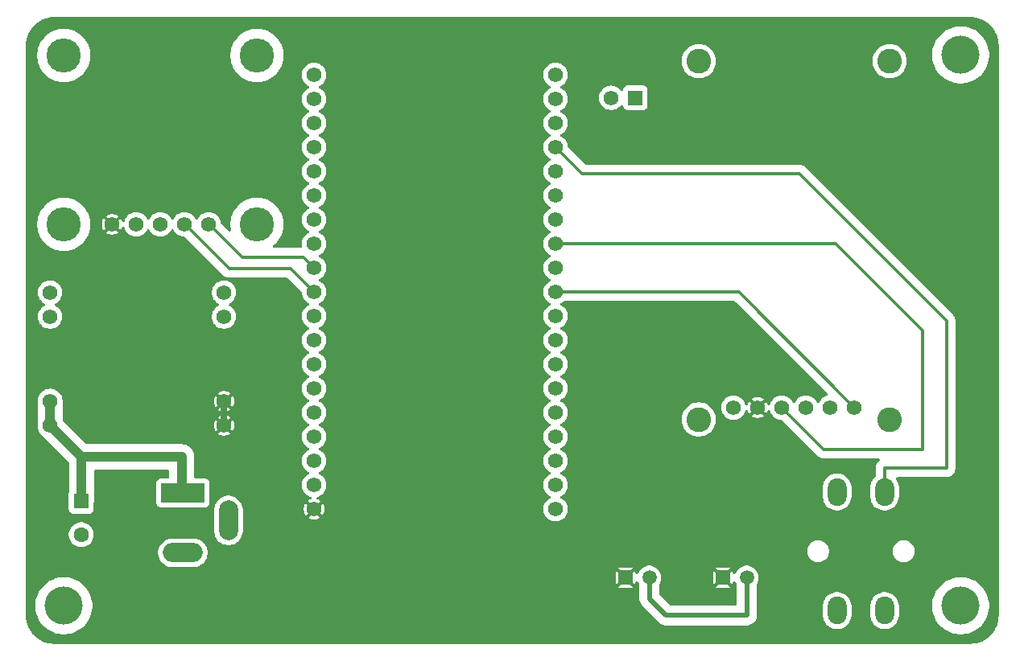
<source format=gbr>
%TF.GenerationSoftware,KiCad,Pcbnew,9.0.1*%
%TF.CreationDate,2025-07-20T02:37:13-05:00*%
%TF.ProjectId,Modulo CO2 de bus TM,4d6f6475-6c6f-4204-934f-322064652062,rev?*%
%TF.SameCoordinates,Original*%
%TF.FileFunction,Copper,L1,Top*%
%TF.FilePolarity,Positive*%
%FSLAX46Y46*%
G04 Gerber Fmt 4.6, Leading zero omitted, Abs format (unit mm)*
G04 Created by KiCad (PCBNEW 9.0.1) date 2025-07-20 02:37:13*
%MOMM*%
%LPD*%
G01*
G04 APERTURE LIST*
G04 Aperture macros list*
%AMRoundRect*
0 Rectangle with rounded corners*
0 $1 Rounding radius*
0 $2 $3 $4 $5 $6 $7 $8 $9 X,Y pos of 4 corners*
0 Add a 4 corners polygon primitive as box body*
4,1,4,$2,$3,$4,$5,$6,$7,$8,$9,$2,$3,0*
0 Add four circle primitives for the rounded corners*
1,1,$1+$1,$2,$3*
1,1,$1+$1,$4,$5*
1,1,$1+$1,$6,$7*
1,1,$1+$1,$8,$9*
0 Add four rect primitives between the rounded corners*
20,1,$1+$1,$2,$3,$4,$5,0*
20,1,$1+$1,$4,$5,$6,$7,0*
20,1,$1+$1,$6,$7,$8,$9,0*
20,1,$1+$1,$8,$9,$2,$3,0*%
G04 Aperture macros list end*
%TA.AperFunction,ComponentPad*%
%ADD10O,2.000000X2.900000*%
%TD*%
%TA.AperFunction,ComponentPad*%
%ADD11R,4.600000X2.000000*%
%TD*%
%TA.AperFunction,ComponentPad*%
%ADD12O,4.200000X2.000000*%
%TD*%
%TA.AperFunction,ComponentPad*%
%ADD13O,2.000000X4.200000*%
%TD*%
%TA.AperFunction,ComponentPad*%
%ADD14C,4.000000*%
%TD*%
%TA.AperFunction,ComponentPad*%
%ADD15C,1.560000*%
%TD*%
%TA.AperFunction,ComponentPad*%
%ADD16R,1.560000X1.560000*%
%TD*%
%TA.AperFunction,ComponentPad*%
%ADD17RoundRect,0.225000X-0.525000X-0.525000X0.525000X-0.525000X0.525000X0.525000X-0.525000X0.525000X0*%
%TD*%
%TA.AperFunction,ComponentPad*%
%ADD18C,1.500000*%
%TD*%
%TA.AperFunction,ComponentPad*%
%ADD19C,2.600000*%
%TD*%
%TA.AperFunction,ComponentPad*%
%ADD20R,1.600000X1.600000*%
%TD*%
%TA.AperFunction,ComponentPad*%
%ADD21C,1.600000*%
%TD*%
%TA.AperFunction,ComponentPad*%
%ADD22C,3.600000*%
%TD*%
%TA.AperFunction,Conductor*%
%ADD23C,1.049600*%
%TD*%
%TA.AperFunction,Conductor*%
%ADD24C,1.016400*%
%TD*%
%TA.AperFunction,Conductor*%
%ADD25C,0.300000*%
%TD*%
%TA.AperFunction,Conductor*%
%ADD26C,0.705800*%
%TD*%
%TA.AperFunction,Conductor*%
%ADD27C,0.500000*%
%TD*%
G04 APERTURE END LIST*
D10*
%TO.P,SW1,1,A*%
%TO.N,Net-(SW1-A)*%
X113500000Y-89500000D03*
X113500000Y-102000000D03*
%TO.P,SW1,2,B*%
%TO.N,GND*%
X108500000Y-89500000D03*
X108500000Y-102000000D03*
%TD*%
D11*
%TO.P,J3,1*%
%TO.N,Net-(U2-IN+)*%
X39700000Y-89600000D03*
D12*
%TO.P,J3,2*%
%TO.N,GND*%
X39700000Y-95900000D03*
D13*
%TO.P,J3,3*%
%TO.N,unconnected-(J3-Pad3)*%
X44500000Y-92500000D03*
%TD*%
D14*
%TO.P,,P$1,Mounting_hole*%
%TO.N,N/C*%
X121500000Y-101500000D03*
%TD*%
%TO.P,,P$1,Mounting_hole*%
%TO.N,N/C*%
X121500000Y-43500000D03*
%TD*%
D15*
%TO.P,U1,1,3V3*%
%TO.N,unconnected-(U1-3V3-Pad1)*%
X53500000Y-45600000D03*
%TO.P,U1,2,EN*%
%TO.N,unconnected-(U1-EN-Pad2)*%
X53500000Y-48140000D03*
%TO.P,U1,3,SENSOR_VP*%
%TO.N,unconnected-(U1-SENSOR_VP-Pad3)*%
X53500000Y-50680000D03*
%TO.P,U1,4,SENSOR_VN*%
%TO.N,unconnected-(U1-SENSOR_VN-Pad4)*%
X53500000Y-53220000D03*
%TO.P,U1,5,IO34*%
%TO.N,unconnected-(U1-IO34-Pad5)*%
X53500000Y-55760000D03*
%TO.P,U1,6,IO35*%
%TO.N,unconnected-(U1-IO35-Pad6)*%
X53500000Y-58300000D03*
%TO.P,U1,7,IO32*%
%TO.N,unconnected-(U1-IO32-Pad7)*%
X53500000Y-60840000D03*
%TO.P,U1,8,IO33*%
%TO.N,unconnected-(U1-IO33-Pad8)*%
X53500000Y-63380000D03*
%TO.P,U1,9,IO25*%
%TO.N,/I2C_SDA*%
X53500000Y-65920000D03*
%TO.P,U1,10,IO26*%
%TO.N,/I2C_SCL*%
X53500000Y-68460000D03*
%TO.P,U1,11,IO27*%
%TO.N,unconnected-(U1-IO27-Pad11)*%
X53500000Y-71000000D03*
%TO.P,U1,12,IO14*%
%TO.N,unconnected-(U1-IO14-Pad12)*%
X53500000Y-73540000D03*
%TO.P,U1,13,IO12*%
%TO.N,unconnected-(U1-IO12-Pad13)*%
X53500000Y-76080000D03*
%TO.P,U1,14,GND1*%
%TO.N,GND*%
X53500000Y-78620000D03*
%TO.P,U1,15,IO13*%
%TO.N,unconnected-(U1-IO13-Pad15)*%
X53500000Y-81160000D03*
%TO.P,U1,16,SD2*%
%TO.N,unconnected-(U1-SD2-Pad16)*%
X53500000Y-83700000D03*
%TO.P,U1,17,SD3*%
%TO.N,unconnected-(U1-SD3-Pad17)*%
X53500000Y-86240000D03*
%TO.P,U1,18,CMD*%
%TO.N,unconnected-(U1-CMD-Pad18)*%
X53500000Y-88780000D03*
%TO.P,U1,19,EXT_5V*%
%TO.N,VDD*%
X53500000Y-91320000D03*
%TO.P,U1,20,CLK*%
%TO.N,unconnected-(U1-CLK-Pad20)*%
X78900000Y-91320000D03*
%TO.P,U1,21,SD0*%
%TO.N,unconnected-(U1-SD0-Pad21)*%
X78900000Y-88780000D03*
%TO.P,U1,22,SD1*%
%TO.N,unconnected-(U1-SD1-Pad22)*%
X78900000Y-86240000D03*
%TO.P,U1,23,IO15*%
%TO.N,unconnected-(U1-IO15-Pad23)*%
X78900000Y-83700000D03*
%TO.P,U1,24,IO2*%
%TO.N,unconnected-(U1-IO2-Pad24)*%
X78900000Y-81160000D03*
%TO.P,U1,25,IO0*%
%TO.N,unconnected-(U1-IO0-Pad25)*%
X78900000Y-78620000D03*
%TO.P,U1,26,IO4*%
%TO.N,unconnected-(U1-IO4-Pad26)*%
X78900000Y-76080000D03*
%TO.P,U1,27,IO16*%
%TO.N,/Gate*%
X78900000Y-73540000D03*
%TO.P,U1,28,IO17*%
%TO.N,unconnected-(U1-IO17-Pad28)*%
X78900000Y-71000000D03*
%TO.P,U1,29,IO5*%
%TO.N,/CS_SDCARD*%
X78900000Y-68460000D03*
%TO.P,U1,30,IO18*%
%TO.N,/SCK_SDCARD*%
X78900000Y-65920000D03*
%TO.P,U1,31,IO19*%
%TO.N,/MISO*%
X78900000Y-63380000D03*
%TO.P,U1,32,GND2*%
%TO.N,GND*%
X78900000Y-60840000D03*
%TO.P,U1,33,IO21*%
%TO.N,Net-(D3-A)*%
X78900000Y-58300000D03*
%TO.P,U1,34,RXD0*%
%TO.N,unconnected-(U1-RXD0-Pad34)*%
X78900000Y-55760000D03*
%TO.P,U1,35,TXD0*%
%TO.N,Net-(SW1-A)*%
X78900000Y-53220000D03*
%TO.P,U1,36,IO22*%
%TO.N,unconnected-(U1-IO22-Pad36)*%
X78900000Y-50680000D03*
%TO.P,U1,37,IO23*%
%TO.N,/MOSI*%
X78900000Y-48140000D03*
%TO.P,U1,38,GND3*%
%TO.N,GND*%
X78900000Y-45600000D03*
%TD*%
%TO.P,U2,1,IN-*%
%TO.N,GND*%
X25730000Y-68500000D03*
X25730000Y-71040000D03*
%TO.P,U2,2,IN+*%
%TO.N,Net-(U2-IN+)*%
X25730000Y-79960000D03*
X25730000Y-82500000D03*
%TO.P,U2,3,OUT-*%
%TO.N,GND*%
X44030000Y-68500000D03*
X44030000Y-71040000D03*
%TO.P,U2,4,OUT+*%
%TO.N,VDD*%
X44030000Y-79960000D03*
X44030000Y-82500000D03*
%TD*%
D16*
%TO.P,D3,1,K*%
%TO.N,Net-(D3-K)*%
X87275000Y-48000000D03*
D15*
%TO.P,D3,2,A*%
%TO.N,Net-(D3-A)*%
X84735000Y-48000000D03*
%TD*%
D17*
%TO.P,J2,1,+5V*%
%TO.N,VDD*%
X96500000Y-98525000D03*
D18*
%TO.P,J2,2,LOAD_NEG*%
%TO.N,Net-(D1-A)*%
X99000000Y-98525000D03*
%TD*%
D17*
%TO.P,J1,1,+5V*%
%TO.N,VDD*%
X86250000Y-98525000D03*
D18*
%TO.P,J1,2,LOAD_NEG*%
%TO.N,Net-(D1-A)*%
X88750000Y-98525000D03*
%TD*%
D19*
%TO.P,U4,*%
%TO.N,*%
X114040000Y-44130000D03*
X93960000Y-44130000D03*
X114040000Y-81870000D03*
X93960000Y-81870000D03*
D15*
%TO.P,U4,1,CS*%
%TO.N,/CS_SDCARD*%
X110310000Y-80620000D03*
%TO.P,U4,2,SCK*%
%TO.N,/SCK_SDCARD*%
X107770000Y-80620000D03*
%TO.P,U4,3,MOSI*%
%TO.N,/MOSI*%
X105230000Y-80620000D03*
%TO.P,U4,4,MISO*%
%TO.N,/MISO*%
X102690000Y-80620000D03*
%TO.P,U4,5,Vcc*%
%TO.N,VDD*%
X100150000Y-80620000D03*
%TO.P,U4,6,GND*%
%TO.N,GND*%
X97610000Y-80620000D03*
%TD*%
D20*
%TO.P,C1,1*%
%TO.N,Net-(U2-IN+)*%
X29000000Y-90500000D03*
D21*
%TO.P,C1,2*%
%TO.N,GND*%
X29000000Y-94000000D03*
%TD*%
D14*
%TO.P,,P$1,Mounting_hole*%
%TO.N,N/C*%
X27180000Y-101500000D03*
%TD*%
D22*
%TO.P,U3,*%
%TO.N,*%
X27180000Y-43550000D03*
X27180000Y-61330000D03*
X47500000Y-43550000D03*
X47500000Y-61330000D03*
D15*
%TO.P,U3,1,Vcc*%
%TO.N,VDD*%
X32260000Y-61330000D03*
%TO.P,U3,2,3V0*%
%TO.N,unconnected-(U3-3V0-Pad2)*%
X34800000Y-61330000D03*
%TO.P,U3,3,GND*%
%TO.N,GND*%
X37340000Y-61330000D03*
%TO.P,U3,4,SCL*%
%TO.N,/I2C_SCL*%
X39880000Y-61330000D03*
%TO.P,U3,5,SDA*%
%TO.N,/I2C_SDA*%
X42420000Y-61330000D03*
%TD*%
D23*
%TO.N,Net-(U2-IN+)*%
X39580000Y-85800000D02*
X29030000Y-85800000D01*
X25730000Y-79960000D02*
X25730000Y-82500000D01*
X29030000Y-85800000D02*
X25730000Y-82500000D01*
D24*
X29030000Y-90470000D02*
X29000000Y-90500000D01*
D23*
X39580000Y-85800000D02*
X39580000Y-89700000D01*
D24*
X29030000Y-85800000D02*
X29030000Y-90470000D01*
D25*
%TO.N,VDD*%
X100150000Y-93460000D02*
X100110000Y-93500000D01*
D26*
X44030000Y-79960000D02*
X44030000Y-82500000D01*
D27*
%TO.N,Net-(D1-A)*%
X90500000Y-102500000D02*
X99000000Y-102500000D01*
X99000000Y-102500000D02*
X99000000Y-98525000D01*
X88750000Y-100750000D02*
X90500000Y-102500000D01*
X88750000Y-98525000D02*
X88750000Y-100750000D01*
D25*
%TO.N,/MISO*%
X107070000Y-85000000D02*
X102690000Y-80620000D01*
X117500000Y-72500000D02*
X117500000Y-85000000D01*
X117500000Y-85000000D02*
X107070000Y-85000000D01*
X117500000Y-72500000D02*
X108380000Y-63380000D01*
X108380000Y-63380000D02*
X78900000Y-63380000D01*
%TO.N,Net-(SW1-A)*%
X120000000Y-71500000D02*
X104500000Y-56000000D01*
X113500000Y-87000000D02*
X120000000Y-87000000D01*
X81680000Y-56000000D02*
X78900000Y-53220000D01*
X120000000Y-87000000D02*
X120000000Y-71500000D01*
X104500000Y-56000000D02*
X81680000Y-56000000D01*
X113500000Y-89500000D02*
X113500000Y-87000000D01*
%TO.N,/I2C_SDA*%
X52361000Y-64781000D02*
X53500000Y-65920000D01*
X52361000Y-64781000D02*
X45921000Y-64781000D01*
X45921000Y-64781000D02*
X42420000Y-61280000D01*
%TO.N,/CS_SDCARD*%
X98150000Y-68460000D02*
X110310000Y-80620000D01*
X78900000Y-68460000D02*
X98150000Y-68460000D01*
%TO.N,/I2C_SCL*%
X44600000Y-66000000D02*
X39880000Y-61280000D01*
X51040000Y-66000000D02*
X44600000Y-66000000D01*
X51040000Y-66000000D02*
X53500000Y-68460000D01*
%TD*%
%TA.AperFunction,Conductor*%
%TO.N,VDD*%
G36*
X122503892Y-39500704D02*
G01*
X122805736Y-39516523D01*
X122821240Y-39518152D01*
X123115933Y-39564826D01*
X123131163Y-39568064D01*
X123419356Y-39645285D01*
X123434173Y-39650099D01*
X123712725Y-39757025D01*
X123726962Y-39763363D01*
X123868365Y-39835412D01*
X123992794Y-39898813D01*
X124006300Y-39906611D01*
X124060123Y-39941564D01*
X124256514Y-40069102D01*
X124269127Y-40078265D01*
X124500990Y-40266024D01*
X124512580Y-40276460D01*
X124723539Y-40487419D01*
X124733975Y-40499009D01*
X124915788Y-40723530D01*
X124921734Y-40730872D01*
X124930901Y-40743490D01*
X125093388Y-40993699D01*
X125101186Y-41007205D01*
X125236633Y-41273032D01*
X125242977Y-41287280D01*
X125349897Y-41565818D01*
X125354716Y-41580651D01*
X125431932Y-41868823D01*
X125435175Y-41884079D01*
X125481846Y-42178756D01*
X125483476Y-42194265D01*
X125499296Y-42496106D01*
X125499500Y-42503905D01*
X125499500Y-102496094D01*
X125499296Y-102503893D01*
X125483476Y-102805734D01*
X125481846Y-102821243D01*
X125435175Y-103115920D01*
X125431932Y-103131176D01*
X125354716Y-103419348D01*
X125349897Y-103434181D01*
X125242977Y-103712719D01*
X125236633Y-103726967D01*
X125101186Y-103992794D01*
X125093388Y-104006300D01*
X124930901Y-104256509D01*
X124921734Y-104269127D01*
X124733975Y-104500990D01*
X124723539Y-104512580D01*
X124512580Y-104723539D01*
X124500990Y-104733975D01*
X124269127Y-104921734D01*
X124256509Y-104930901D01*
X124006300Y-105093388D01*
X123992794Y-105101186D01*
X123726967Y-105236633D01*
X123712719Y-105242977D01*
X123434181Y-105349897D01*
X123419348Y-105354716D01*
X123131176Y-105431932D01*
X123115920Y-105435175D01*
X122821243Y-105481846D01*
X122805734Y-105483476D01*
X122515232Y-105498701D01*
X122503891Y-105499296D01*
X122496094Y-105499500D01*
X26183906Y-105499500D01*
X26176108Y-105499296D01*
X26163937Y-105498658D01*
X25874265Y-105483476D01*
X25858756Y-105481846D01*
X25564079Y-105435175D01*
X25548823Y-105431932D01*
X25260651Y-105354716D01*
X25245818Y-105349897D01*
X24967280Y-105242977D01*
X24953032Y-105236633D01*
X24687205Y-105101186D01*
X24673699Y-105093388D01*
X24423490Y-104930901D01*
X24410872Y-104921734D01*
X24179009Y-104733975D01*
X24167419Y-104723539D01*
X23956460Y-104512580D01*
X23946024Y-104500990D01*
X23854345Y-104387776D01*
X23758262Y-104269122D01*
X23749098Y-104256509D01*
X23586611Y-104006300D01*
X23578813Y-103992794D01*
X23443366Y-103726967D01*
X23437022Y-103712719D01*
X23330099Y-103434173D01*
X23325285Y-103419356D01*
X23248064Y-103131163D01*
X23244826Y-103115933D01*
X23198152Y-102821240D01*
X23196523Y-102805733D01*
X23185922Y-102603465D01*
X23180704Y-102503892D01*
X23180500Y-102496094D01*
X23180500Y-101331497D01*
X24179500Y-101331497D01*
X24179500Y-101668502D01*
X24217233Y-102003399D01*
X24292222Y-102331948D01*
X24292223Y-102331950D01*
X24403530Y-102650049D01*
X24549754Y-102953686D01*
X24729048Y-103239031D01*
X24729052Y-103239036D01*
X24729054Y-103239039D01*
X24939175Y-103502523D01*
X25177477Y-103740825D01*
X25440961Y-103950946D01*
X25440964Y-103950948D01*
X25440968Y-103950951D01*
X25529056Y-104006300D01*
X25726314Y-104130246D01*
X26029949Y-104276469D01*
X26348046Y-104387776D01*
X26438901Y-104408513D01*
X26676600Y-104462766D01*
X26676603Y-104462766D01*
X26676606Y-104462767D01*
X27011496Y-104500500D01*
X27011497Y-104500500D01*
X27348503Y-104500500D01*
X27348504Y-104500500D01*
X27683394Y-104462767D01*
X27683397Y-104462766D01*
X27683399Y-104462766D01*
X27774249Y-104442029D01*
X28011954Y-104387776D01*
X28330051Y-104276469D01*
X28633686Y-104130246D01*
X28919039Y-103950946D01*
X29182523Y-103740825D01*
X29420825Y-103502523D01*
X29630946Y-103239039D01*
X29810246Y-102953686D01*
X29956469Y-102650051D01*
X30067776Y-102331954D01*
X30142767Y-102003394D01*
X30180500Y-101668504D01*
X30180500Y-101331496D01*
X30142767Y-100996606D01*
X30137609Y-100974008D01*
X30067777Y-100668051D01*
X30067776Y-100668046D01*
X29956469Y-100349949D01*
X29810246Y-100046314D01*
X29741777Y-99937347D01*
X29630951Y-99760968D01*
X29630948Y-99760964D01*
X29630946Y-99760961D01*
X29420825Y-99497477D01*
X29182523Y-99259175D01*
X28919039Y-99049054D01*
X28919036Y-99049052D01*
X28919031Y-99049048D01*
X28633686Y-98869754D01*
X28330049Y-98723530D01*
X28193610Y-98675788D01*
X28011954Y-98612224D01*
X28011950Y-98612223D01*
X28011948Y-98612222D01*
X27683399Y-98537233D01*
X27404319Y-98505788D01*
X27348504Y-98499500D01*
X27011496Y-98499500D01*
X26963654Y-98504890D01*
X26676600Y-98537233D01*
X26348051Y-98612222D01*
X26348049Y-98612223D01*
X26029950Y-98723530D01*
X25726313Y-98869754D01*
X25440968Y-99049048D01*
X25177472Y-99259179D01*
X24939179Y-99497472D01*
X24729048Y-99760968D01*
X24549754Y-100046313D01*
X24403530Y-100349950D01*
X24292223Y-100668049D01*
X24292222Y-100668051D01*
X24217233Y-100996600D01*
X24179500Y-101331497D01*
X23180500Y-101331497D01*
X23180500Y-97958897D01*
X85200000Y-97958897D01*
X85200000Y-99091102D01*
X85210131Y-99175466D01*
X85210132Y-99175468D01*
X85250267Y-99277245D01*
X85793388Y-98734123D01*
X85849901Y-98832007D01*
X85942993Y-98925099D01*
X86040874Y-98981610D01*
X85497753Y-99524731D01*
X85599528Y-99564867D01*
X85683897Y-99574999D01*
X85683899Y-99575000D01*
X86816101Y-99575000D01*
X86816102Y-99574999D01*
X86900471Y-99564867D01*
X87002246Y-99524732D01*
X86459125Y-98981611D01*
X86557007Y-98925099D01*
X86650099Y-98832007D01*
X86706611Y-98734125D01*
X87249732Y-99277246D01*
X87289867Y-99175471D01*
X87299999Y-99091102D01*
X87300000Y-99091100D01*
X87300000Y-99049809D01*
X87319962Y-98975309D01*
X87374500Y-98920771D01*
X87449000Y-98900809D01*
X87523500Y-98920771D01*
X87578038Y-98975309D01*
X87582356Y-98983348D01*
X87587288Y-98993245D01*
X87591116Y-99005025D01*
X87680476Y-99180405D01*
X87680756Y-99180791D01*
X87683856Y-99187010D01*
X87690264Y-99218532D01*
X87699444Y-99249372D01*
X87699500Y-99253471D01*
X87699500Y-100853465D01*
X87739869Y-101056417D01*
X87819057Y-101247596D01*
X87934022Y-101419654D01*
X88088835Y-101574467D01*
X88088840Y-101574471D01*
X89830345Y-103315977D01*
X89944789Y-103392446D01*
X90002400Y-103430941D01*
X90002401Y-103430941D01*
X90002402Y-103430942D01*
X90193580Y-103510130D01*
X90396535Y-103550501D01*
X90396539Y-103550501D01*
X90610814Y-103550501D01*
X90610834Y-103550500D01*
X99103465Y-103550500D01*
X99306420Y-103510130D01*
X99497598Y-103430941D01*
X99669655Y-103315977D01*
X99815977Y-103169655D01*
X99930941Y-102997598D01*
X100010130Y-102806420D01*
X100050500Y-102603465D01*
X100050500Y-101431908D01*
X106999500Y-101431908D01*
X106999500Y-102568092D01*
X107036447Y-102801368D01*
X107109432Y-103025992D01*
X107216657Y-103236433D01*
X107355483Y-103427510D01*
X107522490Y-103594517D01*
X107713567Y-103733343D01*
X107924008Y-103840568D01*
X108148632Y-103913553D01*
X108381908Y-103950500D01*
X108381913Y-103950500D01*
X108618087Y-103950500D01*
X108618092Y-103950500D01*
X108851368Y-103913553D01*
X109075992Y-103840568D01*
X109286433Y-103733343D01*
X109477510Y-103594517D01*
X109644517Y-103427510D01*
X109783343Y-103236433D01*
X109890568Y-103025992D01*
X109963553Y-102801368D01*
X110000500Y-102568092D01*
X110000500Y-101431908D01*
X111999500Y-101431908D01*
X111999500Y-102568092D01*
X112036447Y-102801368D01*
X112109432Y-103025992D01*
X112216657Y-103236433D01*
X112355483Y-103427510D01*
X112522490Y-103594517D01*
X112713567Y-103733343D01*
X112924008Y-103840568D01*
X113148632Y-103913553D01*
X113381908Y-103950500D01*
X113381913Y-103950500D01*
X113618087Y-103950500D01*
X113618092Y-103950500D01*
X113851368Y-103913553D01*
X114075992Y-103840568D01*
X114286433Y-103733343D01*
X114477510Y-103594517D01*
X114644517Y-103427510D01*
X114783343Y-103236433D01*
X114890568Y-103025992D01*
X114963553Y-102801368D01*
X115000500Y-102568092D01*
X115000500Y-101431908D01*
X114984597Y-101331497D01*
X118499500Y-101331497D01*
X118499500Y-101668502D01*
X118537233Y-102003399D01*
X118612222Y-102331948D01*
X118612223Y-102331950D01*
X118723530Y-102650049D01*
X118869754Y-102953686D01*
X119049048Y-103239031D01*
X119049052Y-103239036D01*
X119049054Y-103239039D01*
X119259175Y-103502523D01*
X119497477Y-103740825D01*
X119760961Y-103950946D01*
X119760964Y-103950948D01*
X119760968Y-103950951D01*
X119849056Y-104006300D01*
X120046314Y-104130246D01*
X120349949Y-104276469D01*
X120668046Y-104387776D01*
X120758901Y-104408513D01*
X120996600Y-104462766D01*
X120996603Y-104462766D01*
X120996606Y-104462767D01*
X121331496Y-104500500D01*
X121331497Y-104500500D01*
X121668503Y-104500500D01*
X121668504Y-104500500D01*
X122003394Y-104462767D01*
X122003397Y-104462766D01*
X122003399Y-104462766D01*
X122094249Y-104442029D01*
X122331954Y-104387776D01*
X122650051Y-104276469D01*
X122953686Y-104130246D01*
X123239039Y-103950946D01*
X123502523Y-103740825D01*
X123740825Y-103502523D01*
X123950946Y-103239039D01*
X124130246Y-102953686D01*
X124276469Y-102650051D01*
X124387776Y-102331954D01*
X124462767Y-102003394D01*
X124500500Y-101668504D01*
X124500500Y-101331496D01*
X124462767Y-100996606D01*
X124457609Y-100974008D01*
X124387777Y-100668051D01*
X124387776Y-100668046D01*
X124276469Y-100349949D01*
X124130246Y-100046314D01*
X124061777Y-99937347D01*
X123950951Y-99760968D01*
X123950948Y-99760964D01*
X123950946Y-99760961D01*
X123740825Y-99497477D01*
X123502523Y-99259175D01*
X123239039Y-99049054D01*
X123239036Y-99049052D01*
X123239031Y-99049048D01*
X122953686Y-98869754D01*
X122650049Y-98723530D01*
X122513610Y-98675788D01*
X122331954Y-98612224D01*
X122331950Y-98612223D01*
X122331948Y-98612222D01*
X122003399Y-98537233D01*
X121724319Y-98505788D01*
X121668504Y-98499500D01*
X121331496Y-98499500D01*
X121283654Y-98504890D01*
X120996600Y-98537233D01*
X120668051Y-98612222D01*
X120668049Y-98612223D01*
X120349950Y-98723530D01*
X120046313Y-98869754D01*
X119760968Y-99049048D01*
X119497472Y-99259179D01*
X119259179Y-99497472D01*
X119049048Y-99760968D01*
X118869754Y-100046313D01*
X118723530Y-100349950D01*
X118612223Y-100668049D01*
X118612222Y-100668051D01*
X118537233Y-100996600D01*
X118499500Y-101331497D01*
X114984597Y-101331497D01*
X114963553Y-101198632D01*
X114890568Y-100974008D01*
X114783343Y-100763567D01*
X114644517Y-100572490D01*
X114477510Y-100405483D01*
X114286433Y-100266657D01*
X114075992Y-100159432D01*
X113851368Y-100086447D01*
X113618092Y-100049500D01*
X113381908Y-100049500D01*
X113148632Y-100086447D01*
X112924008Y-100159432D01*
X112924002Y-100159434D01*
X112924002Y-100159435D01*
X112713565Y-100266658D01*
X112522499Y-100405476D01*
X112522488Y-100405485D01*
X112355485Y-100572488D01*
X112355476Y-100572499D01*
X112216658Y-100763565D01*
X112216657Y-100763567D01*
X112109432Y-100974008D01*
X112036447Y-101198632D01*
X111999500Y-101431908D01*
X110000500Y-101431908D01*
X109963553Y-101198632D01*
X109890568Y-100974008D01*
X109783343Y-100763567D01*
X109644517Y-100572490D01*
X109477510Y-100405483D01*
X109286433Y-100266657D01*
X109075992Y-100159432D01*
X108851368Y-100086447D01*
X108618092Y-100049500D01*
X108381908Y-100049500D01*
X108148632Y-100086447D01*
X107924008Y-100159432D01*
X107924002Y-100159434D01*
X107924002Y-100159435D01*
X107713565Y-100266658D01*
X107522499Y-100405476D01*
X107522488Y-100405485D01*
X107355485Y-100572488D01*
X107355476Y-100572499D01*
X107216658Y-100763565D01*
X107216657Y-100763567D01*
X107109432Y-100974008D01*
X107036447Y-101198632D01*
X106999500Y-101431908D01*
X100050500Y-101431908D01*
X100050500Y-99253471D01*
X100068461Y-99186435D01*
X100066866Y-99185622D01*
X100115027Y-99091100D01*
X100158884Y-99005025D01*
X100219709Y-98817826D01*
X100250500Y-98623417D01*
X100250500Y-98426583D01*
X100219709Y-98232174D01*
X100158884Y-98044975D01*
X100069524Y-97869595D01*
X99953828Y-97710354D01*
X99814646Y-97571172D01*
X99655405Y-97455476D01*
X99645010Y-97450179D01*
X99480036Y-97366121D01*
X99480030Y-97366119D01*
X99480025Y-97366116D01*
X99292826Y-97305291D01*
X99098417Y-97274500D01*
X98901583Y-97274500D01*
X98707174Y-97305291D01*
X98519975Y-97366116D01*
X98519972Y-97366117D01*
X98519963Y-97366121D01*
X98344598Y-97455474D01*
X98344593Y-97455477D01*
X98185363Y-97571165D01*
X98185352Y-97571174D01*
X98046174Y-97710352D01*
X98046165Y-97710363D01*
X97930477Y-97869593D01*
X97930474Y-97869598D01*
X97841121Y-98044963D01*
X97841115Y-98044978D01*
X97840707Y-98046235D01*
X97840397Y-98046711D01*
X97838879Y-98050378D01*
X97838199Y-98050096D01*
X97798699Y-98110920D01*
X97729977Y-98145934D01*
X97652955Y-98141897D01*
X97588270Y-98099889D01*
X97553256Y-98031167D01*
X97550000Y-98000190D01*
X97550000Y-97958899D01*
X97549999Y-97958897D01*
X97539867Y-97874528D01*
X97499731Y-97772753D01*
X96956610Y-98315874D01*
X96900099Y-98217993D01*
X96807007Y-98124901D01*
X96709123Y-98068388D01*
X97252245Y-97525267D01*
X97150468Y-97485132D01*
X97150466Y-97485131D01*
X97066102Y-97475000D01*
X95933897Y-97475000D01*
X95849533Y-97485131D01*
X95849531Y-97485132D01*
X95747753Y-97525267D01*
X96290874Y-98068388D01*
X96192993Y-98124901D01*
X96099901Y-98217993D01*
X96043388Y-98315874D01*
X95500267Y-97772753D01*
X95460132Y-97874531D01*
X95460131Y-97874533D01*
X95450000Y-97958897D01*
X95450000Y-99091102D01*
X95460131Y-99175466D01*
X95460132Y-99175468D01*
X95500267Y-99277245D01*
X96043388Y-98734123D01*
X96099901Y-98832007D01*
X96192993Y-98925099D01*
X96290874Y-98981610D01*
X95747753Y-99524731D01*
X95849528Y-99564867D01*
X95933897Y-99574999D01*
X95933899Y-99575000D01*
X97066101Y-99575000D01*
X97066102Y-99574999D01*
X97150471Y-99564867D01*
X97252246Y-99524732D01*
X96709125Y-98981611D01*
X96807007Y-98925099D01*
X96900099Y-98832007D01*
X96956611Y-98734125D01*
X97499732Y-99277246D01*
X97539867Y-99175471D01*
X97549999Y-99091102D01*
X97550000Y-99091100D01*
X97550000Y-99049809D01*
X97569962Y-98975309D01*
X97624500Y-98920771D01*
X97699000Y-98900809D01*
X97773500Y-98920771D01*
X97828038Y-98975309D01*
X97832356Y-98983348D01*
X97837288Y-98993245D01*
X97841116Y-99005025D01*
X97930476Y-99180405D01*
X97930756Y-99180791D01*
X97933856Y-99187010D01*
X97940264Y-99218532D01*
X97949444Y-99249372D01*
X97949500Y-99253471D01*
X97949500Y-101300500D01*
X97929538Y-101375000D01*
X97875000Y-101429538D01*
X97800500Y-101449500D01*
X90996850Y-101449500D01*
X90922350Y-101429538D01*
X90891491Y-101405859D01*
X89844141Y-100358509D01*
X89805577Y-100291714D01*
X89800500Y-100253150D01*
X89800500Y-99253471D01*
X89818461Y-99186435D01*
X89816866Y-99185622D01*
X89865027Y-99091100D01*
X89908884Y-99005025D01*
X89969709Y-98817826D01*
X90000500Y-98623417D01*
X90000500Y-98426583D01*
X89969709Y-98232174D01*
X89908884Y-98044975D01*
X89908880Y-98044967D01*
X89908879Y-98044964D01*
X89897224Y-98022091D01*
X89819524Y-97869595D01*
X89703828Y-97710354D01*
X89564646Y-97571172D01*
X89405405Y-97455476D01*
X89395010Y-97450179D01*
X89230036Y-97366121D01*
X89230030Y-97366119D01*
X89230025Y-97366116D01*
X89042826Y-97305291D01*
X88848417Y-97274500D01*
X88651583Y-97274500D01*
X88457174Y-97305291D01*
X88269975Y-97366116D01*
X88269972Y-97366117D01*
X88269963Y-97366121D01*
X88094598Y-97455474D01*
X88094593Y-97455477D01*
X87935363Y-97571165D01*
X87935352Y-97571174D01*
X87796174Y-97710352D01*
X87796165Y-97710363D01*
X87680477Y-97869593D01*
X87680474Y-97869598D01*
X87591121Y-98044963D01*
X87591115Y-98044978D01*
X87590707Y-98046235D01*
X87590397Y-98046711D01*
X87588879Y-98050378D01*
X87588199Y-98050096D01*
X87548699Y-98110920D01*
X87479977Y-98145934D01*
X87402955Y-98141897D01*
X87338270Y-98099889D01*
X87303256Y-98031167D01*
X87300000Y-98000190D01*
X87300000Y-97958899D01*
X87299999Y-97958897D01*
X87289867Y-97874528D01*
X87249731Y-97772753D01*
X86706610Y-98315874D01*
X86650099Y-98217993D01*
X86557007Y-98124901D01*
X86459123Y-98068388D01*
X87002245Y-97525267D01*
X86900468Y-97485132D01*
X86900466Y-97485131D01*
X86816102Y-97475000D01*
X85683897Y-97475000D01*
X85599533Y-97485131D01*
X85599531Y-97485132D01*
X85497753Y-97525267D01*
X86040874Y-98068388D01*
X85942993Y-98124901D01*
X85849901Y-98217993D01*
X85793388Y-98315874D01*
X85250267Y-97772753D01*
X85210132Y-97874531D01*
X85210131Y-97874533D01*
X85200000Y-97958897D01*
X23180500Y-97958897D01*
X23180500Y-95781908D01*
X37099500Y-95781908D01*
X37099500Y-96018092D01*
X37136447Y-96251368D01*
X37209432Y-96475992D01*
X37316657Y-96686433D01*
X37455483Y-96877510D01*
X37622490Y-97044517D01*
X37813567Y-97183343D01*
X38024008Y-97290568D01*
X38248632Y-97363553D01*
X38481908Y-97400500D01*
X38481913Y-97400500D01*
X40918087Y-97400500D01*
X40918092Y-97400500D01*
X41151368Y-97363553D01*
X41375992Y-97290568D01*
X41586433Y-97183343D01*
X41777510Y-97044517D01*
X41944517Y-96877510D01*
X42083343Y-96686433D01*
X42190568Y-96475992D01*
X42263553Y-96251368D01*
X42300500Y-96018092D01*
X42300500Y-95781908D01*
X42281105Y-95659454D01*
X105349500Y-95659454D01*
X105349500Y-95840546D01*
X105377829Y-96019409D01*
X105433789Y-96191639D01*
X105516004Y-96352994D01*
X105622447Y-96499501D01*
X105750499Y-96627553D01*
X105897006Y-96733996D01*
X106058361Y-96816211D01*
X106230591Y-96872171D01*
X106409454Y-96900500D01*
X106409458Y-96900500D01*
X106590542Y-96900500D01*
X106590546Y-96900500D01*
X106769409Y-96872171D01*
X106941639Y-96816211D01*
X107102994Y-96733996D01*
X107249501Y-96627553D01*
X107377553Y-96499501D01*
X107483996Y-96352994D01*
X107566211Y-96191639D01*
X107622171Y-96019409D01*
X107650500Y-95840546D01*
X107650500Y-95659454D01*
X114349500Y-95659454D01*
X114349500Y-95840546D01*
X114377829Y-96019409D01*
X114433789Y-96191639D01*
X114516004Y-96352994D01*
X114622447Y-96499501D01*
X114750499Y-96627553D01*
X114897006Y-96733996D01*
X115058361Y-96816211D01*
X115230591Y-96872171D01*
X115409454Y-96900500D01*
X115409458Y-96900500D01*
X115590542Y-96900500D01*
X115590546Y-96900500D01*
X115769409Y-96872171D01*
X115941639Y-96816211D01*
X116102994Y-96733996D01*
X116249501Y-96627553D01*
X116377553Y-96499501D01*
X116483996Y-96352994D01*
X116566211Y-96191639D01*
X116622171Y-96019409D01*
X116650500Y-95840546D01*
X116650500Y-95659454D01*
X116622171Y-95480591D01*
X116566211Y-95308361D01*
X116483996Y-95147006D01*
X116377553Y-95000499D01*
X116249501Y-94872447D01*
X116102994Y-94766004D01*
X115941639Y-94683789D01*
X115769409Y-94627829D01*
X115590546Y-94599500D01*
X115409454Y-94599500D01*
X115230591Y-94627829D01*
X115058360Y-94683789D01*
X114897004Y-94766005D01*
X114897003Y-94766005D01*
X114750500Y-94872446D01*
X114750497Y-94872448D01*
X114622448Y-95000497D01*
X114622446Y-95000500D01*
X114516005Y-95147003D01*
X114516005Y-95147004D01*
X114433789Y-95308360D01*
X114433789Y-95308361D01*
X114377829Y-95480591D01*
X114349500Y-95659454D01*
X107650500Y-95659454D01*
X107622171Y-95480591D01*
X107566211Y-95308361D01*
X107483996Y-95147006D01*
X107377553Y-95000499D01*
X107249501Y-94872447D01*
X107102994Y-94766004D01*
X106941639Y-94683789D01*
X106769409Y-94627829D01*
X106590546Y-94599500D01*
X106409454Y-94599500D01*
X106230591Y-94627829D01*
X106058360Y-94683789D01*
X105897004Y-94766005D01*
X105897003Y-94766005D01*
X105750500Y-94872446D01*
X105750497Y-94872448D01*
X105622448Y-95000497D01*
X105622446Y-95000500D01*
X105516005Y-95147003D01*
X105516005Y-95147004D01*
X105433789Y-95308360D01*
X105433789Y-95308361D01*
X105377829Y-95480591D01*
X105349500Y-95659454D01*
X42281105Y-95659454D01*
X42263553Y-95548632D01*
X42190568Y-95324008D01*
X42083343Y-95113567D01*
X41944517Y-94922490D01*
X41777510Y-94755483D01*
X41586433Y-94616657D01*
X41375992Y-94509432D01*
X41151368Y-94436447D01*
X40918092Y-94399500D01*
X38481908Y-94399500D01*
X38248632Y-94436447D01*
X38024008Y-94509432D01*
X38024002Y-94509434D01*
X38024002Y-94509435D01*
X37813565Y-94616658D01*
X37622499Y-94755476D01*
X37622488Y-94755485D01*
X37455485Y-94922488D01*
X37455476Y-94922499D01*
X37316658Y-95113565D01*
X37217405Y-95308361D01*
X37209432Y-95324008D01*
X37136447Y-95548632D01*
X37099500Y-95781908D01*
X23180500Y-95781908D01*
X23180500Y-93897648D01*
X27699500Y-93897648D01*
X27699500Y-94102352D01*
X27731523Y-94304534D01*
X27794778Y-94499212D01*
X27794782Y-94499224D01*
X27887714Y-94681612D01*
X28008028Y-94847212D01*
X28008035Y-94847220D01*
X28152779Y-94991964D01*
X28152787Y-94991971D01*
X28302166Y-95100500D01*
X28318390Y-95112287D01*
X28500781Y-95205220D01*
X28695466Y-95268477D01*
X28897648Y-95300500D01*
X28897653Y-95300500D01*
X29102347Y-95300500D01*
X29102352Y-95300500D01*
X29304534Y-95268477D01*
X29499219Y-95205220D01*
X29681610Y-95112287D01*
X29847219Y-94991966D01*
X29991966Y-94847219D01*
X30112287Y-94681610D01*
X30205220Y-94499219D01*
X30268477Y-94304534D01*
X30300500Y-94102352D01*
X30300500Y-93897648D01*
X30268477Y-93695466D01*
X30205220Y-93500781D01*
X30112287Y-93318390D01*
X30112285Y-93318387D01*
X29991971Y-93152787D01*
X29991964Y-93152779D01*
X29847220Y-93008035D01*
X29847212Y-93008028D01*
X29681612Y-92887714D01*
X29499224Y-92794782D01*
X29499220Y-92794780D01*
X29499219Y-92794780D01*
X29304534Y-92731523D01*
X29102352Y-92699500D01*
X28897648Y-92699500D01*
X28729163Y-92726185D01*
X28695465Y-92731523D01*
X28500787Y-92794778D01*
X28500775Y-92794782D01*
X28318387Y-92887714D01*
X28152787Y-93008028D01*
X28152779Y-93008035D01*
X28008035Y-93152779D01*
X28008028Y-93152787D01*
X27887714Y-93318387D01*
X27794782Y-93500775D01*
X27794780Y-93500781D01*
X27731523Y-93695466D01*
X27699500Y-93897648D01*
X23180500Y-93897648D01*
X23180500Y-79855697D01*
X24404700Y-79855697D01*
X24404700Y-82604303D01*
X24437333Y-82810342D01*
X24455356Y-82865809D01*
X24455356Y-82865810D01*
X24501796Y-83008740D01*
X24563505Y-83129850D01*
X24596501Y-83194609D01*
X24619734Y-83226586D01*
X24719112Y-83363368D01*
X24719115Y-83363371D01*
X24719118Y-83363375D01*
X27677660Y-86321917D01*
X27716223Y-86388710D01*
X27721300Y-86427274D01*
X27721300Y-89524369D01*
X27711906Y-89576437D01*
X27705909Y-89592516D01*
X27705908Y-89592518D01*
X27699500Y-89652114D01*
X27699500Y-90333494D01*
X27697666Y-90356800D01*
X27691410Y-90396307D01*
X27691299Y-90397005D01*
X27691299Y-90602994D01*
X27697666Y-90643199D01*
X27699500Y-90666505D01*
X27699500Y-91347863D01*
X27699502Y-91347888D01*
X27705908Y-91407478D01*
X27705909Y-91407484D01*
X27756202Y-91542329D01*
X27756204Y-91542333D01*
X27842452Y-91657544D01*
X27842455Y-91657547D01*
X27957666Y-91743795D01*
X27957670Y-91743797D01*
X28092517Y-91794091D01*
X28152114Y-91800499D01*
X28152118Y-91800499D01*
X28152127Y-91800500D01*
X28833495Y-91800499D01*
X28856805Y-91802334D01*
X28897002Y-91808701D01*
X28897003Y-91808701D01*
X29102997Y-91808701D01*
X29143195Y-91802333D01*
X29166504Y-91800499D01*
X29847864Y-91800499D01*
X29847872Y-91800499D01*
X29907483Y-91794091D01*
X30003447Y-91758298D01*
X30042329Y-91743797D01*
X30042333Y-91743795D01*
X30099938Y-91700671D01*
X30157546Y-91657546D01*
X30220908Y-91572906D01*
X30243795Y-91542333D01*
X30243797Y-91542329D01*
X30289132Y-91420778D01*
X30294091Y-91407483D01*
X30295823Y-91391370D01*
X30300499Y-91347885D01*
X30300500Y-91347867D01*
X30300500Y-91281908D01*
X42999500Y-91281908D01*
X42999500Y-93718092D01*
X43036447Y-93951368D01*
X43109432Y-94175992D01*
X43216657Y-94386433D01*
X43355483Y-94577510D01*
X43522490Y-94744517D01*
X43713567Y-94883343D01*
X43924008Y-94990568D01*
X44148632Y-95063553D01*
X44381908Y-95100500D01*
X44381913Y-95100500D01*
X44618087Y-95100500D01*
X44618092Y-95100500D01*
X44851368Y-95063553D01*
X45075992Y-94990568D01*
X45286433Y-94883343D01*
X45477510Y-94744517D01*
X45644517Y-94577510D01*
X45783343Y-94386433D01*
X45890568Y-94175992D01*
X45963553Y-93951368D01*
X46000500Y-93718092D01*
X46000500Y-91281908D01*
X45963553Y-91048632D01*
X45890568Y-90824008D01*
X45783343Y-90613567D01*
X45644517Y-90422490D01*
X45477510Y-90255483D01*
X45286433Y-90116657D01*
X45075992Y-90009432D01*
X44851368Y-89936447D01*
X44618092Y-89899500D01*
X44381908Y-89899500D01*
X44148632Y-89936447D01*
X44055579Y-89966682D01*
X43924008Y-90009432D01*
X43924002Y-90009434D01*
X43924002Y-90009435D01*
X43713565Y-90116658D01*
X43522499Y-90255476D01*
X43522488Y-90255485D01*
X43355485Y-90422488D01*
X43355476Y-90422499D01*
X43216658Y-90613565D01*
X43216657Y-90613567D01*
X43109432Y-90824008D01*
X43036447Y-91048632D01*
X42999500Y-91281908D01*
X30300500Y-91281908D01*
X30300500Y-91276054D01*
X30300499Y-90818449D01*
X30306209Y-90782403D01*
X30305111Y-90782140D01*
X30306475Y-90776458D01*
X30306474Y-90776458D01*
X30306476Y-90776455D01*
X30338700Y-90572997D01*
X30338700Y-87274300D01*
X30358662Y-87199800D01*
X30413200Y-87145262D01*
X30487700Y-87125300D01*
X38105700Y-87125300D01*
X38180200Y-87145262D01*
X38234738Y-87199800D01*
X38254700Y-87274300D01*
X38254700Y-87950500D01*
X38234738Y-88025000D01*
X38180200Y-88079538D01*
X38105700Y-88099500D01*
X37352136Y-88099500D01*
X37352111Y-88099502D01*
X37292521Y-88105908D01*
X37292515Y-88105909D01*
X37157670Y-88156202D01*
X37157666Y-88156204D01*
X37042455Y-88242452D01*
X37042452Y-88242455D01*
X36956204Y-88357666D01*
X36956202Y-88357670D01*
X36905908Y-88492517D01*
X36899500Y-88552114D01*
X36899500Y-90647863D01*
X36899502Y-90647888D01*
X36905908Y-90707478D01*
X36905909Y-90707484D01*
X36956202Y-90842329D01*
X36956204Y-90842333D01*
X37042452Y-90957544D01*
X37042455Y-90957547D01*
X37157666Y-91043795D01*
X37157670Y-91043797D01*
X37292517Y-91094091D01*
X37352114Y-91100499D01*
X37352118Y-91100499D01*
X37352127Y-91100500D01*
X42047872Y-91100499D01*
X42107483Y-91094091D01*
X42229365Y-91048632D01*
X42242329Y-91043797D01*
X42242333Y-91043795D01*
X42299938Y-91000671D01*
X42357546Y-90957546D01*
X42400671Y-90899938D01*
X42443795Y-90842333D01*
X42443797Y-90842329D01*
X42483293Y-90736433D01*
X42494091Y-90707483D01*
X42498497Y-90666505D01*
X42500499Y-90647885D01*
X42500499Y-90647882D01*
X42500500Y-90647873D01*
X42500499Y-88552128D01*
X42494091Y-88492517D01*
X42479588Y-88453633D01*
X42443797Y-88357670D01*
X42443795Y-88357666D01*
X42357547Y-88242455D01*
X42357544Y-88242452D01*
X42242333Y-88156204D01*
X42242329Y-88156202D01*
X42107482Y-88105908D01*
X42047885Y-88099500D01*
X42047873Y-88099500D01*
X41054300Y-88099500D01*
X40979800Y-88079538D01*
X40925262Y-88025000D01*
X40905300Y-87950500D01*
X40905300Y-85695701D01*
X40905300Y-85695697D01*
X40872667Y-85489658D01*
X40872666Y-85489657D01*
X40872666Y-85489652D01*
X40808203Y-85291258D01*
X40733588Y-85144820D01*
X40713498Y-85105391D01*
X40590882Y-84936625D01*
X40443375Y-84789118D01*
X40274610Y-84666502D01*
X40088741Y-84571796D01*
X39890347Y-84507334D01*
X39890347Y-84507333D01*
X39787322Y-84491016D01*
X39684303Y-84474700D01*
X39684298Y-84474700D01*
X29640675Y-84474700D01*
X29566175Y-84454738D01*
X29535316Y-84431059D01*
X27519263Y-82415006D01*
X42950000Y-82415006D01*
X42950000Y-82584993D01*
X42976593Y-82752906D01*
X43029122Y-82914569D01*
X43029126Y-82914581D01*
X43106302Y-83066045D01*
X43106302Y-83066046D01*
X43152659Y-83129850D01*
X43152660Y-83129851D01*
X43573387Y-82709122D01*
X43629901Y-82807007D01*
X43722993Y-82900099D01*
X43820875Y-82956611D01*
X43400148Y-83377339D01*
X43463954Y-83423697D01*
X43615418Y-83500873D01*
X43615430Y-83500877D01*
X43777093Y-83553405D01*
X43777093Y-83553406D01*
X43945007Y-83580000D01*
X44114993Y-83580000D01*
X44282906Y-83553406D01*
X44282906Y-83553405D01*
X44444569Y-83500877D01*
X44444581Y-83500873D01*
X44596045Y-83423697D01*
X44596047Y-83423696D01*
X44659850Y-83377339D01*
X44659850Y-83377338D01*
X44239123Y-82956611D01*
X44337007Y-82900099D01*
X44430099Y-82807007D01*
X44486611Y-82709123D01*
X44907338Y-83129850D01*
X44907339Y-83129850D01*
X44953696Y-83066047D01*
X44953697Y-83066045D01*
X45030873Y-82914581D01*
X45030877Y-82914569D01*
X45083405Y-82752906D01*
X45083406Y-82752906D01*
X45110000Y-82584993D01*
X45110000Y-82415006D01*
X45083406Y-82247093D01*
X45030877Y-82085430D01*
X45030873Y-82085418D01*
X44953697Y-81933954D01*
X44907339Y-81870148D01*
X44486611Y-82290875D01*
X44430099Y-82192993D01*
X44337007Y-82099901D01*
X44239122Y-82043387D01*
X44659851Y-81622660D01*
X44659850Y-81622659D01*
X44596045Y-81576302D01*
X44444581Y-81499126D01*
X44444569Y-81499122D01*
X44282906Y-81446594D01*
X44282906Y-81446593D01*
X44114993Y-81420000D01*
X43945007Y-81420000D01*
X43777093Y-81446593D01*
X43777093Y-81446594D01*
X43615430Y-81499122D01*
X43615418Y-81499126D01*
X43463954Y-81576302D01*
X43463945Y-81576307D01*
X43400148Y-81622658D01*
X43400148Y-81622660D01*
X43820876Y-82043388D01*
X43722993Y-82099901D01*
X43629901Y-82192993D01*
X43573388Y-82290876D01*
X43152660Y-81870148D01*
X43152658Y-81870148D01*
X43106307Y-81933945D01*
X43106302Y-81933954D01*
X43029126Y-82085418D01*
X43029122Y-82085430D01*
X42976594Y-82247093D01*
X42976593Y-82247093D01*
X42950000Y-82415006D01*
X27519263Y-82415006D01*
X27098941Y-81994684D01*
X27089133Y-81977696D01*
X27075262Y-81963825D01*
X27070184Y-81944876D01*
X27060377Y-81927889D01*
X27055300Y-81889325D01*
X27055300Y-79875006D01*
X42950000Y-79875006D01*
X42950000Y-80044993D01*
X42976593Y-80212906D01*
X43029122Y-80374569D01*
X43029126Y-80374581D01*
X43106302Y-80526045D01*
X43106302Y-80526046D01*
X43152659Y-80589850D01*
X43152660Y-80589851D01*
X43573387Y-80169122D01*
X43629901Y-80267007D01*
X43722993Y-80360099D01*
X43820875Y-80416611D01*
X43400148Y-80837339D01*
X43463954Y-80883697D01*
X43615418Y-80960873D01*
X43615430Y-80960877D01*
X43777093Y-81013405D01*
X43777093Y-81013406D01*
X43945007Y-81040000D01*
X44114993Y-81040000D01*
X44282906Y-81013406D01*
X44282906Y-81013405D01*
X44444569Y-80960877D01*
X44444581Y-80960873D01*
X44596045Y-80883697D01*
X44596047Y-80883696D01*
X44659850Y-80837339D01*
X44659850Y-80837338D01*
X44239123Y-80416611D01*
X44337007Y-80360099D01*
X44430099Y-80267007D01*
X44486611Y-80169123D01*
X44907338Y-80589850D01*
X44907339Y-80589850D01*
X44953696Y-80526047D01*
X44953697Y-80526045D01*
X45030873Y-80374581D01*
X45030877Y-80374569D01*
X45083405Y-80212906D01*
X45083406Y-80212906D01*
X45110000Y-80044993D01*
X45110000Y-79875006D01*
X45083406Y-79707093D01*
X45030877Y-79545430D01*
X45030873Y-79545418D01*
X44953697Y-79393954D01*
X44907339Y-79330148D01*
X44486611Y-79750875D01*
X44430099Y-79652993D01*
X44337007Y-79559901D01*
X44239122Y-79503387D01*
X44659851Y-79082660D01*
X44659850Y-79082659D01*
X44596045Y-79036302D01*
X44444581Y-78959126D01*
X44444569Y-78959122D01*
X44282906Y-78906594D01*
X44282906Y-78906593D01*
X44114993Y-78880000D01*
X43945007Y-78880000D01*
X43777093Y-78906593D01*
X43777093Y-78906594D01*
X43615430Y-78959122D01*
X43615418Y-78959126D01*
X43463954Y-79036302D01*
X43463945Y-79036307D01*
X43400148Y-79082658D01*
X43400148Y-79082660D01*
X43820876Y-79503388D01*
X43722993Y-79559901D01*
X43629901Y-79652993D01*
X43573388Y-79750876D01*
X43152660Y-79330148D01*
X43152658Y-79330148D01*
X43106307Y-79393945D01*
X43106302Y-79393954D01*
X43029126Y-79545418D01*
X43029122Y-79545430D01*
X42976594Y-79707093D01*
X42976593Y-79707093D01*
X42950000Y-79875006D01*
X27055300Y-79875006D01*
X27055300Y-79855701D01*
X27055300Y-79855697D01*
X27022667Y-79649658D01*
X27022666Y-79649657D01*
X27022666Y-79649652D01*
X26958203Y-79451258D01*
X26863499Y-79265393D01*
X26863498Y-79265391D01*
X26740882Y-79096625D01*
X26593375Y-78949118D01*
X26424610Y-78826502D01*
X26238741Y-78731796D01*
X26040347Y-78667334D01*
X26040347Y-78667333D01*
X25937322Y-78651016D01*
X25834303Y-78634700D01*
X25625697Y-78634700D01*
X25532042Y-78649533D01*
X25419652Y-78667333D01*
X25419652Y-78667334D01*
X25221258Y-78731796D01*
X25035389Y-78826502D01*
X25035389Y-78826503D01*
X24866634Y-78949111D01*
X24866623Y-78949120D01*
X24719120Y-79096623D01*
X24719111Y-79096634D01*
X24596503Y-79265389D01*
X24596502Y-79265389D01*
X24501796Y-79451258D01*
X24437334Y-79649652D01*
X24437333Y-79649652D01*
X24426955Y-79715180D01*
X24404700Y-79855697D01*
X23180500Y-79855697D01*
X23180500Y-68399222D01*
X24449500Y-68399222D01*
X24449500Y-68600778D01*
X24463513Y-68689254D01*
X24481030Y-68799856D01*
X24530315Y-68951535D01*
X24543314Y-68991542D01*
X24614439Y-69131133D01*
X24634819Y-69171130D01*
X24634820Y-69171133D01*
X24724224Y-69294186D01*
X24753289Y-69334190D01*
X24895810Y-69476711D01*
X24895813Y-69476713D01*
X25058866Y-69595179D01*
X25058867Y-69595179D01*
X25058871Y-69595182D01*
X25141415Y-69637240D01*
X25198732Y-69688849D01*
X25222566Y-69762202D01*
X25206530Y-69837645D01*
X25154921Y-69894962D01*
X25141417Y-69902758D01*
X25137376Y-69904818D01*
X25058869Y-69944819D01*
X25058866Y-69944820D01*
X24895813Y-70063286D01*
X24753286Y-70205813D01*
X24634820Y-70368866D01*
X24634819Y-70368869D01*
X24543317Y-70548452D01*
X24543312Y-70548464D01*
X24481031Y-70740143D01*
X24481030Y-70740143D01*
X24460010Y-70872864D01*
X24449500Y-70939222D01*
X24449500Y-71140778D01*
X24462483Y-71222749D01*
X24481030Y-71339856D01*
X24530315Y-71491535D01*
X24543314Y-71531542D01*
X24614439Y-71671133D01*
X24634819Y-71711130D01*
X24634820Y-71711133D01*
X24724224Y-71834186D01*
X24753289Y-71874190D01*
X24895810Y-72016711D01*
X24895813Y-72016713D01*
X25058866Y-72135179D01*
X25058867Y-72135179D01*
X25058871Y-72135182D01*
X25238458Y-72226686D01*
X25430143Y-72288968D01*
X25430143Y-72288969D01*
X25430148Y-72288969D01*
X25430149Y-72288970D01*
X25629222Y-72320500D01*
X25629226Y-72320500D01*
X25830774Y-72320500D01*
X25830778Y-72320500D01*
X26029851Y-72288970D01*
X26029852Y-72288969D01*
X26029856Y-72288969D01*
X26029856Y-72288968D01*
X26221542Y-72226686D01*
X26401129Y-72135182D01*
X26564190Y-72016711D01*
X26706711Y-71874190D01*
X26825182Y-71711129D01*
X26916686Y-71531542D01*
X26978968Y-71339856D01*
X26978969Y-71339856D01*
X26978970Y-71339851D01*
X27010500Y-71140778D01*
X27010500Y-70939222D01*
X26978970Y-70740149D01*
X26978969Y-70740148D01*
X26978969Y-70740143D01*
X26947828Y-70644303D01*
X26916686Y-70548458D01*
X26825182Y-70368871D01*
X26825179Y-70368867D01*
X26825179Y-70368866D01*
X26706713Y-70205813D01*
X26706711Y-70205810D01*
X26564190Y-70063289D01*
X26509131Y-70023286D01*
X26401133Y-69944820D01*
X26401126Y-69944816D01*
X26322624Y-69904818D01*
X26318584Y-69902759D01*
X26261267Y-69851152D01*
X26237433Y-69777799D01*
X26253469Y-69702356D01*
X26305077Y-69645038D01*
X26318585Y-69637240D01*
X26381785Y-69605038D01*
X26401129Y-69595182D01*
X26564190Y-69476711D01*
X26706711Y-69334190D01*
X26825182Y-69171129D01*
X26916686Y-68991542D01*
X26978968Y-68799856D01*
X26978969Y-68799856D01*
X26985304Y-68759857D01*
X27010500Y-68600778D01*
X27010500Y-68399222D01*
X42749500Y-68399222D01*
X42749500Y-68600778D01*
X42763513Y-68689254D01*
X42781030Y-68799856D01*
X42830315Y-68951535D01*
X42843314Y-68991542D01*
X42914439Y-69131133D01*
X42934819Y-69171130D01*
X42934820Y-69171133D01*
X43024224Y-69294186D01*
X43053289Y-69334190D01*
X43195810Y-69476711D01*
X43195813Y-69476713D01*
X43358866Y-69595179D01*
X43358867Y-69595179D01*
X43358871Y-69595182D01*
X43441415Y-69637240D01*
X43498732Y-69688849D01*
X43522566Y-69762202D01*
X43506530Y-69837645D01*
X43454921Y-69894962D01*
X43441417Y-69902758D01*
X43437376Y-69904818D01*
X43358869Y-69944819D01*
X43358866Y-69944820D01*
X43195813Y-70063286D01*
X43053286Y-70205813D01*
X42934820Y-70368866D01*
X42934819Y-70368869D01*
X42843317Y-70548452D01*
X42843312Y-70548464D01*
X42781031Y-70740143D01*
X42781030Y-70740143D01*
X42760010Y-70872864D01*
X42749500Y-70939222D01*
X42749500Y-71140778D01*
X42762483Y-71222749D01*
X42781030Y-71339856D01*
X42830315Y-71491535D01*
X42843314Y-71531542D01*
X42914439Y-71671133D01*
X42934819Y-71711130D01*
X42934820Y-71711133D01*
X43024224Y-71834186D01*
X43053289Y-71874190D01*
X43195810Y-72016711D01*
X43195813Y-72016713D01*
X43358866Y-72135179D01*
X43358867Y-72135179D01*
X43358871Y-72135182D01*
X43538458Y-72226686D01*
X43730143Y-72288968D01*
X43730143Y-72288969D01*
X43730148Y-72288969D01*
X43730149Y-72288970D01*
X43929222Y-72320500D01*
X43929226Y-72320500D01*
X44130774Y-72320500D01*
X44130778Y-72320500D01*
X44329851Y-72288970D01*
X44329852Y-72288969D01*
X44329856Y-72288969D01*
X44329856Y-72288968D01*
X44521542Y-72226686D01*
X44701129Y-72135182D01*
X44864190Y-72016711D01*
X45006711Y-71874190D01*
X45125182Y-71711129D01*
X45216686Y-71531542D01*
X45278968Y-71339856D01*
X45278969Y-71339856D01*
X45278970Y-71339851D01*
X45310500Y-71140778D01*
X45310500Y-70939222D01*
X45278970Y-70740149D01*
X45278969Y-70740148D01*
X45278969Y-70740143D01*
X45247828Y-70644303D01*
X45216686Y-70548458D01*
X45125182Y-70368871D01*
X45125179Y-70368867D01*
X45125179Y-70368866D01*
X45006713Y-70205813D01*
X45006711Y-70205810D01*
X44864190Y-70063289D01*
X44809131Y-70023286D01*
X44701133Y-69944820D01*
X44701126Y-69944816D01*
X44622624Y-69904818D01*
X44618584Y-69902759D01*
X44561267Y-69851152D01*
X44537433Y-69777799D01*
X44553469Y-69702356D01*
X44605077Y-69645038D01*
X44618585Y-69637240D01*
X44681785Y-69605038D01*
X44701129Y-69595182D01*
X44864190Y-69476711D01*
X45006711Y-69334190D01*
X45125182Y-69171129D01*
X45216686Y-68991542D01*
X45278968Y-68799856D01*
X45278969Y-68799856D01*
X45285304Y-68759857D01*
X45310500Y-68600778D01*
X45310500Y-68399222D01*
X45278970Y-68200149D01*
X45278969Y-68200148D01*
X45278969Y-68200143D01*
X45247828Y-68104303D01*
X45216686Y-68008458D01*
X45125182Y-67828871D01*
X45125179Y-67828867D01*
X45125179Y-67828866D01*
X45006713Y-67665813D01*
X45006711Y-67665810D01*
X44864190Y-67523289D01*
X44809131Y-67483286D01*
X44701133Y-67404820D01*
X44701130Y-67404819D01*
X44701131Y-67404819D01*
X44701129Y-67404818D01*
X44521542Y-67313314D01*
X44463024Y-67294300D01*
X44329856Y-67251031D01*
X44329856Y-67251030D01*
X44219254Y-67233513D01*
X44130778Y-67219500D01*
X43929222Y-67219500D01*
X43849592Y-67232112D01*
X43730143Y-67251030D01*
X43730143Y-67251031D01*
X43538464Y-67313312D01*
X43538458Y-67313314D01*
X43538452Y-67313316D01*
X43538452Y-67313317D01*
X43358869Y-67404819D01*
X43358866Y-67404820D01*
X43195813Y-67523286D01*
X43053286Y-67665813D01*
X42934820Y-67828866D01*
X42934819Y-67828869D01*
X42843317Y-68008452D01*
X42843312Y-68008464D01*
X42781031Y-68200143D01*
X42781030Y-68200143D01*
X42760010Y-68332864D01*
X42749500Y-68399222D01*
X27010500Y-68399222D01*
X26978970Y-68200149D01*
X26978969Y-68200148D01*
X26978969Y-68200143D01*
X26947828Y-68104303D01*
X26916686Y-68008458D01*
X26825182Y-67828871D01*
X26825179Y-67828867D01*
X26825179Y-67828866D01*
X26706713Y-67665813D01*
X26706711Y-67665810D01*
X26564190Y-67523289D01*
X26509131Y-67483286D01*
X26401133Y-67404820D01*
X26401130Y-67404819D01*
X26401131Y-67404819D01*
X26401129Y-67404818D01*
X26221542Y-67313314D01*
X26163024Y-67294300D01*
X26029856Y-67251031D01*
X26029856Y-67251030D01*
X25919254Y-67233513D01*
X25830778Y-67219500D01*
X25629222Y-67219500D01*
X25549592Y-67232112D01*
X25430143Y-67251030D01*
X25430143Y-67251031D01*
X25238464Y-67313312D01*
X25238458Y-67313314D01*
X25238452Y-67313316D01*
X25238452Y-67313317D01*
X25058869Y-67404819D01*
X25058866Y-67404820D01*
X24895813Y-67523286D01*
X24753286Y-67665813D01*
X24634820Y-67828866D01*
X24634819Y-67828869D01*
X24543317Y-68008452D01*
X24543312Y-68008464D01*
X24481031Y-68200143D01*
X24481030Y-68200143D01*
X24460010Y-68332864D01*
X24449500Y-68399222D01*
X23180500Y-68399222D01*
X23180500Y-61172727D01*
X24379500Y-61172727D01*
X24379500Y-61487272D01*
X24414718Y-61799845D01*
X24473638Y-62057986D01*
X24484711Y-62106500D01*
X24588597Y-62403390D01*
X24588600Y-62403399D01*
X24725074Y-62686789D01*
X24892420Y-62953120D01*
X25088539Y-63199044D01*
X25310955Y-63421460D01*
X25556879Y-63617579D01*
X25734433Y-63729143D01*
X25823211Y-63784926D01*
X26106606Y-63921402D01*
X26403500Y-64025289D01*
X26567309Y-64062677D01*
X26710154Y-64095281D01*
X26710157Y-64095281D01*
X26710160Y-64095282D01*
X27022727Y-64130500D01*
X27337273Y-64130500D01*
X27649840Y-64095282D01*
X27649843Y-64095281D01*
X27649845Y-64095281D01*
X27704443Y-64082819D01*
X27956500Y-64025289D01*
X28253394Y-63921402D01*
X28536789Y-63784926D01*
X28803123Y-63617577D01*
X29049044Y-63421461D01*
X29271461Y-63199044D01*
X29467577Y-62953123D01*
X29634926Y-62686789D01*
X29771402Y-62403394D01*
X29875289Y-62106500D01*
X29941431Y-61816711D01*
X29945281Y-61799845D01*
X29951510Y-61744569D01*
X29980500Y-61487273D01*
X29980500Y-61245006D01*
X31180000Y-61245006D01*
X31180000Y-61414993D01*
X31206593Y-61582906D01*
X31259122Y-61744569D01*
X31259126Y-61744581D01*
X31336302Y-61896045D01*
X31336302Y-61896046D01*
X31382659Y-61959850D01*
X31382660Y-61959851D01*
X31803387Y-61539122D01*
X31859901Y-61637007D01*
X31952993Y-61730099D01*
X32050875Y-61786611D01*
X31630148Y-62207339D01*
X31693954Y-62253697D01*
X31845418Y-62330873D01*
X31845430Y-62330877D01*
X32007093Y-62383405D01*
X32007093Y-62383406D01*
X32175007Y-62410000D01*
X32344993Y-62410000D01*
X32512906Y-62383406D01*
X32512906Y-62383405D01*
X32674569Y-62330877D01*
X32674581Y-62330873D01*
X32826045Y-62253697D01*
X32826047Y-62253696D01*
X32889850Y-62207339D01*
X32889850Y-62207338D01*
X32469123Y-61786611D01*
X32567007Y-61730099D01*
X32660099Y-61637007D01*
X32716611Y-61539123D01*
X33137338Y-61959850D01*
X33137339Y-61959850D01*
X33183696Y-61896047D01*
X33183697Y-61896045D01*
X33260873Y-61744581D01*
X33260875Y-61744574D01*
X33282882Y-61676844D01*
X33324888Y-61612159D01*
X33393609Y-61577142D01*
X33470632Y-61581178D01*
X33535317Y-61623184D01*
X33566297Y-61676841D01*
X33588308Y-61744581D01*
X33613314Y-61821542D01*
X33704816Y-62001126D01*
X33704819Y-62001130D01*
X33704820Y-62001133D01*
X33789584Y-62117799D01*
X33823289Y-62164190D01*
X33965810Y-62306711D01*
X33965813Y-62306713D01*
X34128866Y-62425179D01*
X34128867Y-62425179D01*
X34128871Y-62425182D01*
X34308458Y-62516686D01*
X34500143Y-62578968D01*
X34500143Y-62578969D01*
X34500148Y-62578969D01*
X34500149Y-62578970D01*
X34699222Y-62610500D01*
X34699226Y-62610500D01*
X34900774Y-62610500D01*
X34900778Y-62610500D01*
X35099851Y-62578970D01*
X35099852Y-62578969D01*
X35099856Y-62578969D01*
X35099856Y-62578968D01*
X35291542Y-62516686D01*
X35471129Y-62425182D01*
X35634190Y-62306711D01*
X35776711Y-62164190D01*
X35895182Y-62001129D01*
X35937240Y-61918584D01*
X35988848Y-61861267D01*
X36062201Y-61837433D01*
X36137644Y-61853469D01*
X36194962Y-61905077D01*
X36202760Y-61918585D01*
X36244816Y-62001126D01*
X36244820Y-62001133D01*
X36329584Y-62117799D01*
X36363289Y-62164190D01*
X36505810Y-62306711D01*
X36505813Y-62306713D01*
X36668866Y-62425179D01*
X36668867Y-62425179D01*
X36668871Y-62425182D01*
X36848458Y-62516686D01*
X37040143Y-62578968D01*
X37040143Y-62578969D01*
X37040148Y-62578969D01*
X37040149Y-62578970D01*
X37239222Y-62610500D01*
X37239226Y-62610500D01*
X37440774Y-62610500D01*
X37440778Y-62610500D01*
X37639851Y-62578970D01*
X37639852Y-62578969D01*
X37639856Y-62578969D01*
X37639856Y-62578968D01*
X37831542Y-62516686D01*
X38011129Y-62425182D01*
X38174190Y-62306711D01*
X38316711Y-62164190D01*
X38435182Y-62001129D01*
X38477240Y-61918584D01*
X38528848Y-61861267D01*
X38602201Y-61837433D01*
X38677644Y-61853469D01*
X38734962Y-61905077D01*
X38742760Y-61918585D01*
X38784816Y-62001126D01*
X38784820Y-62001133D01*
X38869584Y-62117799D01*
X38903289Y-62164190D01*
X39045810Y-62306711D01*
X39045813Y-62306713D01*
X39208866Y-62425179D01*
X39208867Y-62425179D01*
X39208871Y-62425182D01*
X39388458Y-62516686D01*
X39580143Y-62578968D01*
X39580143Y-62578969D01*
X39580148Y-62578969D01*
X39580149Y-62578970D01*
X39779222Y-62610500D01*
X39804572Y-62610500D01*
X39879072Y-62630462D01*
X39909931Y-62654141D01*
X41897993Y-64642202D01*
X43861696Y-66605905D01*
X43861698Y-66605908D01*
X43994092Y-66738302D01*
X44096355Y-66806632D01*
X44149770Y-66842323D01*
X44217796Y-66870500D01*
X44322749Y-66913973D01*
X44355563Y-66920500D01*
X44506383Y-66950500D01*
X44506384Y-66950500D01*
X50584572Y-66950500D01*
X50659072Y-66970462D01*
X50689931Y-66994141D01*
X52178291Y-68482501D01*
X52216855Y-68549296D01*
X52220096Y-68564543D01*
X52251030Y-68759851D01*
X52251031Y-68759857D01*
X52264028Y-68799856D01*
X52313314Y-68951542D01*
X52333691Y-68991535D01*
X52404819Y-69131130D01*
X52404820Y-69131133D01*
X52523286Y-69294186D01*
X52523289Y-69294190D01*
X52665810Y-69436711D01*
X52689800Y-69454141D01*
X52828866Y-69555179D01*
X52828867Y-69555179D01*
X52828871Y-69555182D01*
X52907370Y-69595179D01*
X52911415Y-69597240D01*
X52968732Y-69648849D01*
X52992566Y-69722202D01*
X52976530Y-69797645D01*
X52924921Y-69854962D01*
X52911415Y-69862760D01*
X52828869Y-69904819D01*
X52828866Y-69904820D01*
X52665813Y-70023286D01*
X52523286Y-70165813D01*
X52404820Y-70328866D01*
X52404819Y-70328869D01*
X52313317Y-70508452D01*
X52313312Y-70508464D01*
X52251031Y-70700143D01*
X52251030Y-70700143D01*
X52230010Y-70832864D01*
X52219500Y-70899222D01*
X52219500Y-71100778D01*
X52233513Y-71189254D01*
X52251030Y-71299856D01*
X52304311Y-71463835D01*
X52313314Y-71491542D01*
X52333691Y-71531535D01*
X52404819Y-71671130D01*
X52404820Y-71671133D01*
X52523286Y-71834186D01*
X52523289Y-71834190D01*
X52665810Y-71976711D01*
X52665813Y-71976713D01*
X52828866Y-72095179D01*
X52828867Y-72095179D01*
X52828871Y-72095182D01*
X52907370Y-72135179D01*
X52911415Y-72137240D01*
X52968732Y-72188849D01*
X52992566Y-72262202D01*
X52976530Y-72337645D01*
X52924921Y-72394962D01*
X52911415Y-72402760D01*
X52828869Y-72444819D01*
X52828866Y-72444820D01*
X52665813Y-72563286D01*
X52523286Y-72705813D01*
X52404820Y-72868866D01*
X52404819Y-72868869D01*
X52313317Y-73048452D01*
X52313312Y-73048464D01*
X52251031Y-73240143D01*
X52251030Y-73240143D01*
X52230010Y-73372864D01*
X52219500Y-73439222D01*
X52219500Y-73640778D01*
X52233513Y-73729254D01*
X52251030Y-73839856D01*
X52304311Y-74003835D01*
X52313314Y-74031542D01*
X52313317Y-74031547D01*
X52404819Y-74211130D01*
X52404820Y-74211133D01*
X52523286Y-74374186D01*
X52523289Y-74374190D01*
X52665810Y-74516711D01*
X52665813Y-74516713D01*
X52828866Y-74635179D01*
X52828867Y-74635179D01*
X52828871Y-74635182D01*
X52911415Y-74677240D01*
X52968732Y-74728849D01*
X52992566Y-74802202D01*
X52976530Y-74877645D01*
X52924921Y-74934962D01*
X52911415Y-74942760D01*
X52828869Y-74984819D01*
X52828866Y-74984820D01*
X52665813Y-75103286D01*
X52523286Y-75245813D01*
X52404820Y-75408866D01*
X52404819Y-75408869D01*
X52313317Y-75588452D01*
X52313312Y-75588464D01*
X52251031Y-75780143D01*
X52251030Y-75780143D01*
X52230010Y-75912864D01*
X52219500Y-75979222D01*
X52219500Y-76180778D01*
X52233513Y-76269254D01*
X52251030Y-76379856D01*
X52304311Y-76543835D01*
X52313314Y-76571542D01*
X52313317Y-76571547D01*
X52404819Y-76751130D01*
X52404820Y-76751133D01*
X52523286Y-76914186D01*
X52523289Y-76914190D01*
X52665810Y-77056711D01*
X52665813Y-77056713D01*
X52828866Y-77175179D01*
X52828867Y-77175179D01*
X52828871Y-77175182D01*
X52911415Y-77217240D01*
X52968732Y-77268849D01*
X52992566Y-77342202D01*
X52976530Y-77417645D01*
X52924921Y-77474962D01*
X52911415Y-77482760D01*
X52828869Y-77524819D01*
X52828866Y-77524820D01*
X52665813Y-77643286D01*
X52523286Y-77785813D01*
X52404820Y-77948866D01*
X52404819Y-77948869D01*
X52313317Y-78128452D01*
X52313312Y-78128464D01*
X52251031Y-78320143D01*
X52251030Y-78320143D01*
X52230010Y-78452864D01*
X52219500Y-78519222D01*
X52219500Y-78720778D01*
X52233513Y-78809254D01*
X52251030Y-78919856D01*
X52303929Y-79082658D01*
X52313314Y-79111542D01*
X52400436Y-79282529D01*
X52404819Y-79291130D01*
X52404820Y-79291133D01*
X52508124Y-79433317D01*
X52523289Y-79454190D01*
X52665810Y-79596711D01*
X52665813Y-79596713D01*
X52828866Y-79715179D01*
X52828867Y-79715179D01*
X52828871Y-79715182D01*
X52911415Y-79757240D01*
X52968732Y-79808849D01*
X52992566Y-79882202D01*
X52976530Y-79957645D01*
X52924921Y-80014962D01*
X52911417Y-80022758D01*
X52850193Y-80053954D01*
X52828869Y-80064819D01*
X52828866Y-80064820D01*
X52665813Y-80183286D01*
X52523286Y-80325813D01*
X52404820Y-80488866D01*
X52404819Y-80488869D01*
X52313317Y-80668452D01*
X52313312Y-80668464D01*
X52251031Y-80860143D01*
X52251030Y-80860143D01*
X52234131Y-80966844D01*
X52219500Y-81059222D01*
X52219500Y-81260778D01*
X52224308Y-81291133D01*
X52251030Y-81459856D01*
X52295497Y-81596708D01*
X52313314Y-81651542D01*
X52392364Y-81806687D01*
X52404819Y-81831130D01*
X52404820Y-81831133D01*
X52496610Y-81957470D01*
X52523289Y-81994190D01*
X52665810Y-82136711D01*
X52665813Y-82136713D01*
X52828866Y-82255179D01*
X52828867Y-82255179D01*
X52828871Y-82255182D01*
X52911415Y-82297240D01*
X52968732Y-82348849D01*
X52992566Y-82422202D01*
X52976530Y-82497645D01*
X52924921Y-82554962D01*
X52911417Y-82562758D01*
X52867780Y-82584993D01*
X52828869Y-82604819D01*
X52828866Y-82604820D01*
X52665813Y-82723286D01*
X52665810Y-82723289D01*
X52523289Y-82865810D01*
X52487855Y-82914581D01*
X52404820Y-83028866D01*
X52404819Y-83028869D01*
X52313317Y-83208452D01*
X52313312Y-83208464D01*
X52251031Y-83400143D01*
X52251030Y-83400143D01*
X52235077Y-83500873D01*
X52219500Y-83599222D01*
X52219500Y-83800778D01*
X52233513Y-83889254D01*
X52251030Y-83999856D01*
X52304311Y-84163835D01*
X52313314Y-84191542D01*
X52313317Y-84191547D01*
X52404819Y-84371130D01*
X52404820Y-84371133D01*
X52480067Y-84474700D01*
X52523289Y-84534190D01*
X52665810Y-84676711D01*
X52665813Y-84676713D01*
X52828866Y-84795179D01*
X52828867Y-84795179D01*
X52828871Y-84795182D01*
X52911415Y-84837240D01*
X52968732Y-84888849D01*
X52992566Y-84962202D01*
X52976530Y-85037645D01*
X52924921Y-85094962D01*
X52911415Y-85102760D01*
X52828869Y-85144819D01*
X52828866Y-85144820D01*
X52665813Y-85263286D01*
X52523286Y-85405813D01*
X52404820Y-85568866D01*
X52404819Y-85568869D01*
X52313317Y-85748452D01*
X52313312Y-85748464D01*
X52251031Y-85940143D01*
X52251030Y-85940143D01*
X52230010Y-86072864D01*
X52219500Y-86139222D01*
X52219500Y-86340778D01*
X52233200Y-86427274D01*
X52251030Y-86539856D01*
X52304311Y-86703835D01*
X52313314Y-86731542D01*
X52402400Y-86906384D01*
X52404819Y-86911130D01*
X52404820Y-86911133D01*
X52523286Y-87074186D01*
X52523289Y-87074190D01*
X52665810Y-87216711D01*
X52665813Y-87216713D01*
X52828866Y-87335179D01*
X52828867Y-87335179D01*
X52828871Y-87335182D01*
X52911415Y-87377240D01*
X52968732Y-87428849D01*
X52992566Y-87502202D01*
X52976530Y-87577645D01*
X52924921Y-87634962D01*
X52911415Y-87642760D01*
X52828869Y-87684819D01*
X52828866Y-87684820D01*
X52665813Y-87803286D01*
X52523286Y-87945813D01*
X52404820Y-88108866D01*
X52404819Y-88108869D01*
X52313317Y-88288452D01*
X52313312Y-88288464D01*
X52251031Y-88480143D01*
X52251030Y-88480143D01*
X52239628Y-88552136D01*
X52219500Y-88679222D01*
X52219500Y-88880778D01*
X52227598Y-88931908D01*
X52251030Y-89079856D01*
X52304311Y-89243835D01*
X52313314Y-89271542D01*
X52313317Y-89271547D01*
X52404819Y-89451130D01*
X52404820Y-89451133D01*
X52507543Y-89592518D01*
X52523289Y-89614190D01*
X52665810Y-89756711D01*
X52665813Y-89756713D01*
X52828866Y-89875179D01*
X52828867Y-89875179D01*
X52828871Y-89875182D01*
X53008458Y-89966686D01*
X53098178Y-89995837D01*
X53153157Y-90013702D01*
X53217842Y-90055709D01*
X53252857Y-90124431D01*
X53248820Y-90201453D01*
X53206813Y-90266138D01*
X53153157Y-90297116D01*
X53085430Y-90319122D01*
X53085418Y-90319126D01*
X52933954Y-90396302D01*
X52933945Y-90396307D01*
X52870148Y-90442658D01*
X52870148Y-90442660D01*
X53290876Y-90863388D01*
X53192993Y-90919901D01*
X53099901Y-91012993D01*
X53043388Y-91110876D01*
X52622660Y-90690148D01*
X52622658Y-90690148D01*
X52576307Y-90753945D01*
X52576302Y-90753954D01*
X52499126Y-90905418D01*
X52499122Y-90905430D01*
X52446594Y-91067093D01*
X52446593Y-91067093D01*
X52420000Y-91235006D01*
X52420000Y-91404993D01*
X52446593Y-91572906D01*
X52499122Y-91734569D01*
X52499126Y-91734581D01*
X52576302Y-91886045D01*
X52576302Y-91886046D01*
X52622659Y-91949850D01*
X52622660Y-91949851D01*
X53043387Y-91529122D01*
X53099901Y-91627007D01*
X53192993Y-91720099D01*
X53290875Y-91776611D01*
X52870148Y-92197339D01*
X52933954Y-92243697D01*
X53085418Y-92320873D01*
X53085430Y-92320877D01*
X53247093Y-92373405D01*
X53247093Y-92373406D01*
X53415007Y-92400000D01*
X53584993Y-92400000D01*
X53752906Y-92373406D01*
X53752906Y-92373405D01*
X53914569Y-92320877D01*
X53914581Y-92320873D01*
X54066045Y-92243697D01*
X54066047Y-92243696D01*
X54129850Y-92197339D01*
X54129850Y-92197338D01*
X53709123Y-91776611D01*
X53807007Y-91720099D01*
X53900099Y-91627007D01*
X53956611Y-91529123D01*
X54377338Y-91949850D01*
X54377339Y-91949850D01*
X54423696Y-91886047D01*
X54423697Y-91886045D01*
X54500873Y-91734581D01*
X54500877Y-91734569D01*
X54553405Y-91572906D01*
X54553406Y-91572906D01*
X54580000Y-91404993D01*
X54580000Y-91235006D01*
X54553406Y-91067093D01*
X54500877Y-90905430D01*
X54500873Y-90905418D01*
X54423697Y-90753954D01*
X54377339Y-90690148D01*
X53956611Y-91110875D01*
X53900099Y-91012993D01*
X53807007Y-90919901D01*
X53709122Y-90863387D01*
X54129851Y-90442660D01*
X54129850Y-90442659D01*
X54066045Y-90396302D01*
X53914581Y-90319126D01*
X53914569Y-90319122D01*
X53846842Y-90297116D01*
X53782157Y-90255109D01*
X53747142Y-90186388D01*
X53751179Y-90109365D01*
X53793186Y-90044680D01*
X53846842Y-90013702D01*
X53871120Y-90005813D01*
X53991542Y-89966686D01*
X54171129Y-89875182D01*
X54334190Y-89756711D01*
X54476711Y-89614190D01*
X54595182Y-89451129D01*
X54686686Y-89271542D01*
X54748968Y-89079856D01*
X54748969Y-89079856D01*
X54772401Y-88931912D01*
X54780500Y-88880778D01*
X54780500Y-88679222D01*
X54748970Y-88480149D01*
X54748969Y-88480148D01*
X54748969Y-88480143D01*
X54709173Y-88357666D01*
X54686686Y-88288458D01*
X54595182Y-88108871D01*
X54595179Y-88108867D01*
X54595179Y-88108866D01*
X54476713Y-87945813D01*
X54476711Y-87945810D01*
X54334190Y-87803289D01*
X54283772Y-87766658D01*
X54171133Y-87684820D01*
X54171126Y-87684816D01*
X54088585Y-87642760D01*
X54031267Y-87591152D01*
X54007433Y-87517799D01*
X54023469Y-87442356D01*
X54075077Y-87385038D01*
X54088585Y-87377240D01*
X54171129Y-87335182D01*
X54334190Y-87216711D01*
X54476711Y-87074190D01*
X54595182Y-86911129D01*
X54686686Y-86731542D01*
X54748968Y-86539856D01*
X54748969Y-86539856D01*
X54766800Y-86427274D01*
X54780500Y-86340778D01*
X54780500Y-86139222D01*
X54748970Y-85940149D01*
X54748969Y-85940148D01*
X54748969Y-85940143D01*
X54695833Y-85776611D01*
X54686686Y-85748458D01*
X54595182Y-85568871D01*
X54595179Y-85568867D01*
X54595179Y-85568866D01*
X54476713Y-85405813D01*
X54476711Y-85405810D01*
X54334190Y-85263289D01*
X54334186Y-85263286D01*
X54171133Y-85144820D01*
X54171126Y-85144816D01*
X54088585Y-85102760D01*
X54031267Y-85051152D01*
X54007433Y-84977799D01*
X54023469Y-84902356D01*
X54075077Y-84845038D01*
X54088585Y-84837240D01*
X54171129Y-84795182D01*
X54334190Y-84676711D01*
X54476711Y-84534190D01*
X54595182Y-84371129D01*
X54686686Y-84191542D01*
X54748968Y-83999856D01*
X54748969Y-83999856D01*
X54752906Y-83975000D01*
X54780500Y-83800778D01*
X54780500Y-83599222D01*
X54748970Y-83400149D01*
X54748969Y-83400148D01*
X54748969Y-83400143D01*
X54717828Y-83304303D01*
X54686686Y-83208458D01*
X54595182Y-83028871D01*
X54595179Y-83028867D01*
X54595179Y-83028866D01*
X54512145Y-82914581D01*
X54476711Y-82865810D01*
X54334190Y-82723289D01*
X54334186Y-82723286D01*
X54171133Y-82604820D01*
X54171126Y-82604816D01*
X54113273Y-82575339D01*
X54088584Y-82562759D01*
X54031267Y-82511152D01*
X54007433Y-82437799D01*
X54023469Y-82362356D01*
X54075077Y-82305038D01*
X54088585Y-82297240D01*
X54171129Y-82255182D01*
X54334190Y-82136711D01*
X54476711Y-81994190D01*
X54595182Y-81831129D01*
X54686686Y-81651542D01*
X54748968Y-81459856D01*
X54748969Y-81459856D01*
X54749866Y-81454191D01*
X54780500Y-81260778D01*
X54780500Y-81059222D01*
X54748970Y-80860149D01*
X54748969Y-80860148D01*
X54748969Y-80860143D01*
X54717828Y-80764303D01*
X54686686Y-80668458D01*
X54595182Y-80488871D01*
X54595179Y-80488867D01*
X54595179Y-80488866D01*
X54501623Y-80360099D01*
X54476711Y-80325810D01*
X54334190Y-80183289D01*
X54304056Y-80161395D01*
X54171133Y-80064820D01*
X54171126Y-80064816D01*
X54105572Y-80031415D01*
X54088584Y-80022759D01*
X54031267Y-79971152D01*
X54007433Y-79897799D01*
X54023469Y-79822356D01*
X54075077Y-79765038D01*
X54088585Y-79757240D01*
X54117204Y-79742658D01*
X54171129Y-79715182D01*
X54334190Y-79596711D01*
X54476711Y-79454190D01*
X54595182Y-79291129D01*
X54686686Y-79111542D01*
X54748968Y-78919856D01*
X54748969Y-78919856D01*
X54748970Y-78919851D01*
X54780500Y-78720778D01*
X54780500Y-78519222D01*
X54748970Y-78320149D01*
X54748969Y-78320148D01*
X54748969Y-78320143D01*
X54717828Y-78224303D01*
X54686686Y-78128458D01*
X54595182Y-77948871D01*
X54595179Y-77948867D01*
X54595179Y-77948866D01*
X54476713Y-77785813D01*
X54476711Y-77785810D01*
X54334190Y-77643289D01*
X54334186Y-77643286D01*
X54171133Y-77524820D01*
X54171126Y-77524816D01*
X54088585Y-77482760D01*
X54031267Y-77431152D01*
X54007433Y-77357799D01*
X54023469Y-77282356D01*
X54075077Y-77225038D01*
X54088585Y-77217240D01*
X54171129Y-77175182D01*
X54334190Y-77056711D01*
X54476711Y-76914190D01*
X54595182Y-76751129D01*
X54686686Y-76571542D01*
X54748968Y-76379856D01*
X54748969Y-76379856D01*
X54748970Y-76379851D01*
X54780500Y-76180778D01*
X54780500Y-75979222D01*
X54748970Y-75780149D01*
X54748969Y-75780148D01*
X54748969Y-75780143D01*
X54717828Y-75684303D01*
X54686686Y-75588458D01*
X54595182Y-75408871D01*
X54595179Y-75408867D01*
X54595179Y-75408866D01*
X54476713Y-75245813D01*
X54476711Y-75245810D01*
X54334190Y-75103289D01*
X54334186Y-75103286D01*
X54171133Y-74984820D01*
X54171126Y-74984816D01*
X54088585Y-74942760D01*
X54031267Y-74891152D01*
X54007433Y-74817799D01*
X54023469Y-74742356D01*
X54075077Y-74685038D01*
X54088585Y-74677240D01*
X54171129Y-74635182D01*
X54334190Y-74516711D01*
X54476711Y-74374190D01*
X54595182Y-74211129D01*
X54686686Y-74031542D01*
X54748968Y-73839856D01*
X54748969Y-73839856D01*
X54748970Y-73839851D01*
X54780500Y-73640778D01*
X54780500Y-73439222D01*
X54748970Y-73240149D01*
X54748969Y-73240148D01*
X54748969Y-73240143D01*
X54717828Y-73144303D01*
X54686686Y-73048458D01*
X54595182Y-72868871D01*
X54595179Y-72868867D01*
X54595179Y-72868866D01*
X54476713Y-72705813D01*
X54476711Y-72705810D01*
X54334190Y-72563289D01*
X54334186Y-72563286D01*
X54171133Y-72444820D01*
X54171126Y-72444816D01*
X54088585Y-72402760D01*
X54031267Y-72351152D01*
X54007433Y-72277799D01*
X54023469Y-72202356D01*
X54075077Y-72145038D01*
X54088585Y-72137240D01*
X54171129Y-72095182D01*
X54171133Y-72095179D01*
X54233633Y-72049770D01*
X54334190Y-71976711D01*
X54476711Y-71834190D01*
X54595182Y-71671129D01*
X54686686Y-71491542D01*
X54748968Y-71299856D01*
X54748969Y-71299856D01*
X54761181Y-71222751D01*
X54780500Y-71100778D01*
X54780500Y-70899222D01*
X54748970Y-70700149D01*
X54748969Y-70700148D01*
X54748969Y-70700143D01*
X54717828Y-70604303D01*
X54686686Y-70508458D01*
X54595182Y-70328871D01*
X54595179Y-70328867D01*
X54595179Y-70328866D01*
X54476713Y-70165813D01*
X54476711Y-70165810D01*
X54334190Y-70023289D01*
X54334186Y-70023286D01*
X54171133Y-69904820D01*
X54171126Y-69904816D01*
X54088585Y-69862760D01*
X54031267Y-69811152D01*
X54007433Y-69737799D01*
X54023469Y-69662356D01*
X54075077Y-69605038D01*
X54088585Y-69597240D01*
X54092630Y-69595179D01*
X54171129Y-69555182D01*
X54334190Y-69436711D01*
X54476711Y-69294190D01*
X54595182Y-69131129D01*
X54686686Y-68951542D01*
X54748968Y-68759856D01*
X54748969Y-68759856D01*
X54748970Y-68759851D01*
X54780500Y-68560778D01*
X54780500Y-68359222D01*
X54748970Y-68160149D01*
X54748969Y-68160148D01*
X54748969Y-68160143D01*
X54717828Y-68064303D01*
X54686686Y-67968458D01*
X54595182Y-67788871D01*
X54595179Y-67788867D01*
X54595179Y-67788866D01*
X54476713Y-67625813D01*
X54476711Y-67625810D01*
X54334190Y-67483289D01*
X54331099Y-67481043D01*
X54171133Y-67364820D01*
X54171126Y-67364816D01*
X54088585Y-67322760D01*
X54031267Y-67271152D01*
X54007433Y-67197799D01*
X54023469Y-67122356D01*
X54075077Y-67065038D01*
X54088585Y-67057240D01*
X54171129Y-67015182D01*
X54334190Y-66896711D01*
X54476711Y-66754190D01*
X54595182Y-66591129D01*
X54686686Y-66411542D01*
X54748968Y-66219856D01*
X54748969Y-66219856D01*
X54748970Y-66219851D01*
X54780500Y-66020778D01*
X54780500Y-65819222D01*
X54748970Y-65620149D01*
X54748969Y-65620148D01*
X54748969Y-65620143D01*
X54717828Y-65524303D01*
X54686686Y-65428458D01*
X54595182Y-65248871D01*
X54595179Y-65248867D01*
X54595179Y-65248866D01*
X54476713Y-65085813D01*
X54476711Y-65085810D01*
X54334190Y-64943289D01*
X54334186Y-64943286D01*
X54171133Y-64824820D01*
X54171126Y-64824816D01*
X54088585Y-64782760D01*
X54031267Y-64731152D01*
X54007433Y-64657799D01*
X54023469Y-64582356D01*
X54075077Y-64525038D01*
X54088585Y-64517240D01*
X54171129Y-64475182D01*
X54334190Y-64356711D01*
X54476711Y-64214190D01*
X54595182Y-64051129D01*
X54686686Y-63871542D01*
X54748968Y-63679856D01*
X54748969Y-63679856D01*
X54748970Y-63679851D01*
X54780500Y-63480778D01*
X54780500Y-63279222D01*
X54748970Y-63080149D01*
X54748969Y-63080148D01*
X54748969Y-63080143D01*
X54707696Y-62953120D01*
X54686686Y-62888458D01*
X54595182Y-62708871D01*
X54595179Y-62708867D01*
X54595179Y-62708866D01*
X54476713Y-62545813D01*
X54476711Y-62545810D01*
X54334190Y-62403289D01*
X54331099Y-62401043D01*
X54171133Y-62284820D01*
X54171126Y-62284816D01*
X54113273Y-62255339D01*
X54088584Y-62242759D01*
X54031267Y-62191152D01*
X54007433Y-62117799D01*
X54023469Y-62042356D01*
X54075077Y-61985038D01*
X54088585Y-61977240D01*
X54129013Y-61956641D01*
X54171129Y-61935182D01*
X54334190Y-61816711D01*
X54476711Y-61674190D01*
X54595182Y-61511129D01*
X54686686Y-61331542D01*
X54748968Y-61139856D01*
X54748969Y-61139856D01*
X54757997Y-61082857D01*
X54780500Y-60940778D01*
X54780500Y-60739222D01*
X54748970Y-60540149D01*
X54748969Y-60540148D01*
X54748969Y-60540143D01*
X54705482Y-60406307D01*
X54686686Y-60348458D01*
X54595182Y-60168871D01*
X54595179Y-60168867D01*
X54595179Y-60168866D01*
X54476713Y-60005813D01*
X54476711Y-60005810D01*
X54334190Y-59863289D01*
X54334186Y-59863286D01*
X54171133Y-59744820D01*
X54171126Y-59744816D01*
X54088585Y-59702760D01*
X54031267Y-59651152D01*
X54007433Y-59577799D01*
X54023469Y-59502356D01*
X54075077Y-59445038D01*
X54088585Y-59437240D01*
X54171129Y-59395182D01*
X54334190Y-59276711D01*
X54476711Y-59134190D01*
X54595182Y-58971129D01*
X54686686Y-58791542D01*
X54748968Y-58599856D01*
X54748969Y-58599856D01*
X54748970Y-58599851D01*
X54780500Y-58400778D01*
X54780500Y-58199222D01*
X54748970Y-58000149D01*
X54748969Y-58000148D01*
X54748969Y-58000143D01*
X54717828Y-57904303D01*
X54686686Y-57808458D01*
X54595182Y-57628871D01*
X54595179Y-57628867D01*
X54595179Y-57628866D01*
X54476713Y-57465813D01*
X54476711Y-57465810D01*
X54334190Y-57323289D01*
X54334186Y-57323286D01*
X54171133Y-57204820D01*
X54171126Y-57204816D01*
X54088585Y-57162760D01*
X54031267Y-57111152D01*
X54007433Y-57037799D01*
X54023469Y-56962356D01*
X54075077Y-56905038D01*
X54088585Y-56897240D01*
X54113997Y-56884292D01*
X54171129Y-56855182D01*
X54334190Y-56736711D01*
X54476711Y-56594190D01*
X54595182Y-56431129D01*
X54686686Y-56251542D01*
X54748968Y-56059856D01*
X54748969Y-56059856D01*
X54748970Y-56059851D01*
X54780500Y-55860778D01*
X54780500Y-55659222D01*
X54748970Y-55460149D01*
X54748969Y-55460148D01*
X54748969Y-55460143D01*
X54717828Y-55364303D01*
X54686686Y-55268458D01*
X54595182Y-55088871D01*
X54595179Y-55088867D01*
X54595179Y-55088866D01*
X54476713Y-54925813D01*
X54476711Y-54925810D01*
X54334190Y-54783289D01*
X54334186Y-54783286D01*
X54171133Y-54664820D01*
X54171126Y-54664816D01*
X54088585Y-54622760D01*
X54031267Y-54571152D01*
X54007433Y-54497799D01*
X54023469Y-54422356D01*
X54075077Y-54365038D01*
X54088585Y-54357240D01*
X54171129Y-54315182D01*
X54334190Y-54196711D01*
X54476711Y-54054190D01*
X54595182Y-53891129D01*
X54686686Y-53711542D01*
X54748968Y-53519856D01*
X54748969Y-53519856D01*
X54748970Y-53519851D01*
X54780500Y-53320778D01*
X54780500Y-53119222D01*
X54748970Y-52920149D01*
X54748969Y-52920148D01*
X54748969Y-52920143D01*
X54717828Y-52824303D01*
X54686686Y-52728458D01*
X54595182Y-52548871D01*
X54595179Y-52548867D01*
X54595179Y-52548866D01*
X54476713Y-52385813D01*
X54476711Y-52385810D01*
X54334190Y-52243289D01*
X54334186Y-52243286D01*
X54171133Y-52124820D01*
X54171126Y-52124816D01*
X54088585Y-52082760D01*
X54031267Y-52031152D01*
X54007433Y-51957799D01*
X54023469Y-51882356D01*
X54075077Y-51825038D01*
X54088585Y-51817240D01*
X54171129Y-51775182D01*
X54334190Y-51656711D01*
X54476711Y-51514190D01*
X54595182Y-51351129D01*
X54686686Y-51171542D01*
X54748968Y-50979856D01*
X54748969Y-50979856D01*
X54748970Y-50979851D01*
X54780500Y-50780778D01*
X54780500Y-50579222D01*
X54748970Y-50380149D01*
X54748969Y-50380148D01*
X54748969Y-50380143D01*
X54717828Y-50284303D01*
X54686686Y-50188458D01*
X54595182Y-50008871D01*
X54595179Y-50008867D01*
X54595179Y-50008866D01*
X54476713Y-49845813D01*
X54476711Y-49845810D01*
X54334190Y-49703289D01*
X54334186Y-49703286D01*
X54171133Y-49584820D01*
X54171126Y-49584816D01*
X54088585Y-49542760D01*
X54031267Y-49491152D01*
X54007433Y-49417799D01*
X54023469Y-49342356D01*
X54075077Y-49285038D01*
X54088585Y-49277240D01*
X54171129Y-49235182D01*
X54334190Y-49116711D01*
X54476711Y-48974190D01*
X54595182Y-48811129D01*
X54686686Y-48631542D01*
X54748968Y-48439856D01*
X54748969Y-48439856D01*
X54748970Y-48439851D01*
X54780500Y-48240778D01*
X54780500Y-48039222D01*
X54748970Y-47840149D01*
X54748969Y-47840148D01*
X54748969Y-47840143D01*
X54703479Y-47700143D01*
X54686686Y-47648458D01*
X54595182Y-47468871D01*
X54595179Y-47468867D01*
X54595179Y-47468866D01*
X54476713Y-47305813D01*
X54476711Y-47305810D01*
X54334190Y-47163289D01*
X54334186Y-47163286D01*
X54171133Y-47044820D01*
X54171126Y-47044816D01*
X54088585Y-47002760D01*
X54031267Y-46951152D01*
X54007433Y-46877799D01*
X54023469Y-46802356D01*
X54075077Y-46745038D01*
X54088585Y-46737240D01*
X54171129Y-46695182D01*
X54334190Y-46576711D01*
X54476711Y-46434190D01*
X54595182Y-46271129D01*
X54686686Y-46091542D01*
X54748968Y-45899856D01*
X54748969Y-45899856D01*
X54758670Y-45838606D01*
X54780500Y-45700778D01*
X54780500Y-45499222D01*
X77619500Y-45499222D01*
X77619500Y-45700778D01*
X77625842Y-45740820D01*
X77651030Y-45899856D01*
X77704311Y-46063835D01*
X77713314Y-46091542D01*
X77791653Y-46245292D01*
X77804819Y-46271130D01*
X77804820Y-46271133D01*
X77889567Y-46387776D01*
X77923289Y-46434190D01*
X78065810Y-46576711D01*
X78065813Y-46576713D01*
X78228866Y-46695179D01*
X78228867Y-46695179D01*
X78228871Y-46695182D01*
X78311415Y-46737240D01*
X78368732Y-46788849D01*
X78392566Y-46862202D01*
X78376530Y-46937645D01*
X78324921Y-46994962D01*
X78311415Y-47002760D01*
X78228869Y-47044819D01*
X78228866Y-47044820D01*
X78065813Y-47163286D01*
X77923286Y-47305813D01*
X77804820Y-47468866D01*
X77804819Y-47468869D01*
X77713317Y-47648452D01*
X77713312Y-47648464D01*
X77651031Y-47840143D01*
X77651030Y-47840143D01*
X77641673Y-47899225D01*
X77619500Y-48039222D01*
X77619500Y-48240778D01*
X77628856Y-48299851D01*
X77651030Y-48439856D01*
X77704311Y-48603835D01*
X77713314Y-48631542D01*
X77778102Y-48758696D01*
X77804819Y-48811130D01*
X77804820Y-48811133D01*
X77860293Y-48887484D01*
X77923289Y-48974190D01*
X78065810Y-49116711D01*
X78065813Y-49116713D01*
X78228866Y-49235179D01*
X78228867Y-49235179D01*
X78228871Y-49235182D01*
X78311415Y-49277240D01*
X78368732Y-49328849D01*
X78392566Y-49402202D01*
X78376530Y-49477645D01*
X78324921Y-49534962D01*
X78311415Y-49542760D01*
X78228869Y-49584819D01*
X78228866Y-49584820D01*
X78065813Y-49703286D01*
X77923286Y-49845813D01*
X77804820Y-50008866D01*
X77804819Y-50008869D01*
X77713317Y-50188452D01*
X77713312Y-50188464D01*
X77651031Y-50380143D01*
X77651030Y-50380143D01*
X77630010Y-50512864D01*
X77619500Y-50579222D01*
X77619500Y-50780778D01*
X77633513Y-50869254D01*
X77651030Y-50979856D01*
X77704311Y-51143835D01*
X77713314Y-51171542D01*
X77713317Y-51171547D01*
X77804819Y-51351130D01*
X77804820Y-51351133D01*
X77923286Y-51514186D01*
X77923289Y-51514190D01*
X78065810Y-51656711D01*
X78065813Y-51656713D01*
X78228866Y-51775179D01*
X78228867Y-51775179D01*
X78228871Y-51775182D01*
X78311415Y-51817240D01*
X78368732Y-51868849D01*
X78392566Y-51942202D01*
X78376530Y-52017645D01*
X78324921Y-52074962D01*
X78311415Y-52082760D01*
X78228869Y-52124819D01*
X78228866Y-52124820D01*
X78065813Y-52243286D01*
X77923286Y-52385813D01*
X77804820Y-52548866D01*
X77804819Y-52548869D01*
X77713317Y-52728452D01*
X77713312Y-52728464D01*
X77651031Y-52920143D01*
X77651030Y-52920143D01*
X77630010Y-53052864D01*
X77619500Y-53119222D01*
X77619500Y-53320778D01*
X77633513Y-53409254D01*
X77651030Y-53519856D01*
X77704311Y-53683835D01*
X77713314Y-53711542D01*
X77713317Y-53711547D01*
X77804819Y-53891130D01*
X77804820Y-53891133D01*
X77923286Y-54054186D01*
X77923289Y-54054190D01*
X78065810Y-54196711D01*
X78065813Y-54196713D01*
X78228866Y-54315179D01*
X78228867Y-54315179D01*
X78228871Y-54315182D01*
X78311415Y-54357240D01*
X78368732Y-54408849D01*
X78392566Y-54482202D01*
X78376530Y-54557645D01*
X78324921Y-54614962D01*
X78311415Y-54622760D01*
X78228869Y-54664819D01*
X78228866Y-54664820D01*
X78065813Y-54783286D01*
X77923286Y-54925813D01*
X77804820Y-55088866D01*
X77804819Y-55088869D01*
X77713317Y-55268452D01*
X77713312Y-55268464D01*
X77651031Y-55460143D01*
X77651030Y-55460143D01*
X77630010Y-55592864D01*
X77619500Y-55659222D01*
X77619500Y-55860778D01*
X77633513Y-55949254D01*
X77651030Y-56059856D01*
X77704311Y-56223835D01*
X77713314Y-56251542D01*
X77713317Y-56251547D01*
X77804819Y-56431130D01*
X77804820Y-56431133D01*
X77923286Y-56594186D01*
X77923289Y-56594190D01*
X78065810Y-56736711D01*
X78068000Y-56738302D01*
X78228866Y-56855179D01*
X78228867Y-56855179D01*
X78228871Y-56855182D01*
X78286007Y-56884294D01*
X78311415Y-56897240D01*
X78368732Y-56948849D01*
X78392566Y-57022202D01*
X78376530Y-57097645D01*
X78324921Y-57154962D01*
X78311415Y-57162760D01*
X78228869Y-57204819D01*
X78228866Y-57204820D01*
X78065813Y-57323286D01*
X77923286Y-57465813D01*
X77804820Y-57628866D01*
X77804819Y-57628869D01*
X77713317Y-57808452D01*
X77713312Y-57808464D01*
X77651031Y-58000143D01*
X77651030Y-58000143D01*
X77630010Y-58132864D01*
X77619500Y-58199222D01*
X77619500Y-58400778D01*
X77633513Y-58489254D01*
X77651030Y-58599856D01*
X77696112Y-58738600D01*
X77713314Y-58791542D01*
X77713317Y-58791547D01*
X77804819Y-58971130D01*
X77804820Y-58971133D01*
X77856614Y-59042420D01*
X77923289Y-59134190D01*
X78065810Y-59276711D01*
X78065813Y-59276713D01*
X78228866Y-59395179D01*
X78228867Y-59395179D01*
X78228871Y-59395182D01*
X78311415Y-59437240D01*
X78368732Y-59488849D01*
X78392566Y-59562202D01*
X78376530Y-59637645D01*
X78324921Y-59694962D01*
X78311415Y-59702760D01*
X78228869Y-59744819D01*
X78228866Y-59744820D01*
X78065813Y-59863286D01*
X77923286Y-60005813D01*
X77804820Y-60168866D01*
X77804819Y-60168869D01*
X77713317Y-60348452D01*
X77713312Y-60348464D01*
X77651031Y-60540143D01*
X77651030Y-60540143D01*
X77632227Y-60658866D01*
X77619500Y-60739222D01*
X77619500Y-60940778D01*
X77632522Y-61022993D01*
X77651030Y-61139856D01*
X77704311Y-61303835D01*
X77713314Y-61331542D01*
X77792662Y-61487272D01*
X77804819Y-61511130D01*
X77804820Y-61511133D01*
X77896274Y-61637007D01*
X77923289Y-61674190D01*
X78065810Y-61816711D01*
X78065813Y-61816713D01*
X78228866Y-61935179D01*
X78228867Y-61935179D01*
X78228871Y-61935182D01*
X78311415Y-61977240D01*
X78368732Y-62028849D01*
X78392566Y-62102202D01*
X78376530Y-62177645D01*
X78324921Y-62234962D01*
X78311417Y-62242758D01*
X78236008Y-62281181D01*
X78228869Y-62284819D01*
X78228866Y-62284820D01*
X78065813Y-62403286D01*
X77923286Y-62545813D01*
X77804820Y-62708866D01*
X77804819Y-62708869D01*
X77713317Y-62888452D01*
X77713312Y-62888464D01*
X77651031Y-63080143D01*
X77651030Y-63080143D01*
X77632199Y-63199044D01*
X77619500Y-63279222D01*
X77619500Y-63480778D01*
X77632841Y-63565007D01*
X77651030Y-63679856D01*
X77699383Y-63828666D01*
X77713314Y-63871542D01*
X77791653Y-64025292D01*
X77804819Y-64051130D01*
X77804820Y-64051133D01*
X77923286Y-64214186D01*
X77923289Y-64214190D01*
X78065810Y-64356711D01*
X78089800Y-64374141D01*
X78228866Y-64475179D01*
X78228867Y-64475179D01*
X78228871Y-64475182D01*
X78311415Y-64517240D01*
X78368732Y-64568849D01*
X78392566Y-64642202D01*
X78376530Y-64717645D01*
X78324921Y-64774962D01*
X78311415Y-64782760D01*
X78228869Y-64824819D01*
X78228866Y-64824820D01*
X78065813Y-64943286D01*
X77923286Y-65085813D01*
X77804820Y-65248866D01*
X77804819Y-65248869D01*
X77713317Y-65428452D01*
X77713312Y-65428464D01*
X77651031Y-65620143D01*
X77651030Y-65620143D01*
X77630010Y-65752864D01*
X77619500Y-65819222D01*
X77619500Y-66020778D01*
X77633513Y-66109254D01*
X77651030Y-66219856D01*
X77704311Y-66383835D01*
X77713314Y-66411542D01*
X77713317Y-66411547D01*
X77804819Y-66591130D01*
X77804820Y-66591133D01*
X77923286Y-66754186D01*
X77923289Y-66754190D01*
X78065810Y-66896711D01*
X78065813Y-66896713D01*
X78228866Y-67015179D01*
X78228867Y-67015179D01*
X78228871Y-67015182D01*
X78311415Y-67057240D01*
X78368732Y-67108849D01*
X78392566Y-67182202D01*
X78376530Y-67257645D01*
X78324921Y-67314962D01*
X78311415Y-67322760D01*
X78228869Y-67364819D01*
X78228866Y-67364820D01*
X78065813Y-67483286D01*
X77923286Y-67625813D01*
X77804820Y-67788866D01*
X77804819Y-67788869D01*
X77713317Y-67968452D01*
X77713312Y-67968464D01*
X77651031Y-68160143D01*
X77651030Y-68160143D01*
X77630010Y-68292864D01*
X77619500Y-68359222D01*
X77619500Y-68560778D01*
X77633513Y-68649254D01*
X77651030Y-68759856D01*
X77704311Y-68923835D01*
X77713314Y-68951542D01*
X77733691Y-68991535D01*
X77804819Y-69131130D01*
X77804820Y-69131133D01*
X77923286Y-69294186D01*
X77923289Y-69294190D01*
X78065810Y-69436711D01*
X78089800Y-69454141D01*
X78228866Y-69555179D01*
X78228867Y-69555179D01*
X78228871Y-69555182D01*
X78307370Y-69595179D01*
X78311415Y-69597240D01*
X78368732Y-69648849D01*
X78392566Y-69722202D01*
X78376530Y-69797645D01*
X78324921Y-69854962D01*
X78311415Y-69862760D01*
X78228869Y-69904819D01*
X78228866Y-69904820D01*
X78065813Y-70023286D01*
X77923286Y-70165813D01*
X77804820Y-70328866D01*
X77804819Y-70328869D01*
X77713317Y-70508452D01*
X77713312Y-70508464D01*
X77651031Y-70700143D01*
X77651030Y-70700143D01*
X77630010Y-70832864D01*
X77619500Y-70899222D01*
X77619500Y-71100778D01*
X77633513Y-71189254D01*
X77651030Y-71299856D01*
X77704311Y-71463835D01*
X77713314Y-71491542D01*
X77733691Y-71531535D01*
X77804819Y-71671130D01*
X77804820Y-71671133D01*
X77923286Y-71834186D01*
X77923289Y-71834190D01*
X78065810Y-71976711D01*
X78065813Y-71976713D01*
X78228866Y-72095179D01*
X78228867Y-72095179D01*
X78228871Y-72095182D01*
X78307370Y-72135179D01*
X78311415Y-72137240D01*
X78368732Y-72188849D01*
X78392566Y-72262202D01*
X78376530Y-72337645D01*
X78324921Y-72394962D01*
X78311415Y-72402760D01*
X78228869Y-72444819D01*
X78228866Y-72444820D01*
X78065813Y-72563286D01*
X77923286Y-72705813D01*
X77804820Y-72868866D01*
X77804819Y-72868869D01*
X77713317Y-73048452D01*
X77713312Y-73048464D01*
X77651031Y-73240143D01*
X77651030Y-73240143D01*
X77630010Y-73372864D01*
X77619500Y-73439222D01*
X77619500Y-73640778D01*
X77633513Y-73729254D01*
X77651030Y-73839856D01*
X77704311Y-74003835D01*
X77713314Y-74031542D01*
X77713317Y-74031547D01*
X77804819Y-74211130D01*
X77804820Y-74211133D01*
X77923286Y-74374186D01*
X77923289Y-74374190D01*
X78065810Y-74516711D01*
X78065813Y-74516713D01*
X78228866Y-74635179D01*
X78228867Y-74635179D01*
X78228871Y-74635182D01*
X78311415Y-74677240D01*
X78368732Y-74728849D01*
X78392566Y-74802202D01*
X78376530Y-74877645D01*
X78324921Y-74934962D01*
X78311415Y-74942760D01*
X78228869Y-74984819D01*
X78228866Y-74984820D01*
X78065813Y-75103286D01*
X77923286Y-75245813D01*
X77804820Y-75408866D01*
X77804819Y-75408869D01*
X77713317Y-75588452D01*
X77713312Y-75588464D01*
X77651031Y-75780143D01*
X77651030Y-75780143D01*
X77630010Y-75912864D01*
X77619500Y-75979222D01*
X77619500Y-76180778D01*
X77633513Y-76269254D01*
X77651030Y-76379856D01*
X77704311Y-76543835D01*
X77713314Y-76571542D01*
X77713317Y-76571547D01*
X77804819Y-76751130D01*
X77804820Y-76751133D01*
X77923286Y-76914186D01*
X77923289Y-76914190D01*
X78065810Y-77056711D01*
X78065813Y-77056713D01*
X78228866Y-77175179D01*
X78228867Y-77175179D01*
X78228871Y-77175182D01*
X78311415Y-77217240D01*
X78368732Y-77268849D01*
X78392566Y-77342202D01*
X78376530Y-77417645D01*
X78324921Y-77474962D01*
X78311415Y-77482760D01*
X78228869Y-77524819D01*
X78228866Y-77524820D01*
X78065813Y-77643286D01*
X77923286Y-77785813D01*
X77804820Y-77948866D01*
X77804819Y-77948869D01*
X77713317Y-78128452D01*
X77713312Y-78128464D01*
X77651031Y-78320143D01*
X77651030Y-78320143D01*
X77630010Y-78452864D01*
X77619500Y-78519222D01*
X77619500Y-78720778D01*
X77633513Y-78809254D01*
X77651030Y-78919856D01*
X77703929Y-79082658D01*
X77713314Y-79111542D01*
X77800436Y-79282529D01*
X77804819Y-79291130D01*
X77804820Y-79291133D01*
X77908124Y-79433317D01*
X77923289Y-79454190D01*
X78065810Y-79596711D01*
X78065813Y-79596713D01*
X78228866Y-79715179D01*
X78228867Y-79715179D01*
X78228871Y-79715182D01*
X78311415Y-79757240D01*
X78368732Y-79808849D01*
X78392566Y-79882202D01*
X78376530Y-79957645D01*
X78324921Y-80014962D01*
X78311417Y-80022758D01*
X78250193Y-80053954D01*
X78228869Y-80064819D01*
X78228866Y-80064820D01*
X78065813Y-80183286D01*
X77923286Y-80325813D01*
X77804820Y-80488866D01*
X77804819Y-80488869D01*
X77713317Y-80668452D01*
X77713312Y-80668464D01*
X77651031Y-80860143D01*
X77651030Y-80860143D01*
X77634131Y-80966844D01*
X77619500Y-81059222D01*
X77619500Y-81260778D01*
X77624308Y-81291133D01*
X77651030Y-81459856D01*
X77695497Y-81596708D01*
X77713314Y-81651542D01*
X77792364Y-81806687D01*
X77804819Y-81831130D01*
X77804820Y-81831133D01*
X77896610Y-81957470D01*
X77923289Y-81994190D01*
X78065810Y-82136711D01*
X78065813Y-82136713D01*
X78228866Y-82255179D01*
X78228867Y-82255179D01*
X78228871Y-82255182D01*
X78311415Y-82297240D01*
X78368732Y-82348849D01*
X78392566Y-82422202D01*
X78376530Y-82497645D01*
X78324921Y-82554962D01*
X78311417Y-82562758D01*
X78267780Y-82584993D01*
X78228869Y-82604819D01*
X78228866Y-82604820D01*
X78065813Y-82723286D01*
X78065810Y-82723289D01*
X77923289Y-82865810D01*
X77887855Y-82914581D01*
X77804820Y-83028866D01*
X77804819Y-83028869D01*
X77713317Y-83208452D01*
X77713312Y-83208464D01*
X77651031Y-83400143D01*
X77651030Y-83400143D01*
X77635077Y-83500873D01*
X77619500Y-83599222D01*
X77619500Y-83800778D01*
X77633513Y-83889254D01*
X77651030Y-83999856D01*
X77704311Y-84163835D01*
X77713314Y-84191542D01*
X77713317Y-84191547D01*
X77804819Y-84371130D01*
X77804820Y-84371133D01*
X77880067Y-84474700D01*
X77923289Y-84534190D01*
X78065810Y-84676711D01*
X78065813Y-84676713D01*
X78228866Y-84795179D01*
X78228867Y-84795179D01*
X78228871Y-84795182D01*
X78311415Y-84837240D01*
X78368732Y-84888849D01*
X78392566Y-84962202D01*
X78376530Y-85037645D01*
X78324921Y-85094962D01*
X78311415Y-85102760D01*
X78228869Y-85144819D01*
X78228866Y-85144820D01*
X78065813Y-85263286D01*
X77923286Y-85405813D01*
X77804820Y-85568866D01*
X77804819Y-85568869D01*
X77713317Y-85748452D01*
X77713312Y-85748464D01*
X77651031Y-85940143D01*
X77651030Y-85940143D01*
X77630010Y-86072864D01*
X77619500Y-86139222D01*
X77619500Y-86340778D01*
X77633200Y-86427274D01*
X77651030Y-86539856D01*
X77704311Y-86703835D01*
X77713314Y-86731542D01*
X77802400Y-86906384D01*
X77804819Y-86911130D01*
X77804820Y-86911133D01*
X77923286Y-87074186D01*
X77923289Y-87074190D01*
X78065810Y-87216711D01*
X78065813Y-87216713D01*
X78228866Y-87335179D01*
X78228867Y-87335179D01*
X78228871Y-87335182D01*
X78311415Y-87377240D01*
X78368732Y-87428849D01*
X78392566Y-87502202D01*
X78376530Y-87577645D01*
X78324921Y-87634962D01*
X78311415Y-87642760D01*
X78228869Y-87684819D01*
X78228866Y-87684820D01*
X78065813Y-87803286D01*
X77923286Y-87945813D01*
X77804820Y-88108866D01*
X77804819Y-88108869D01*
X77713317Y-88288452D01*
X77713312Y-88288464D01*
X77651031Y-88480143D01*
X77651030Y-88480143D01*
X77639628Y-88552136D01*
X77619500Y-88679222D01*
X77619500Y-88880778D01*
X77627598Y-88931908D01*
X77651030Y-89079856D01*
X77704311Y-89243835D01*
X77713314Y-89271542D01*
X77713317Y-89271547D01*
X77804819Y-89451130D01*
X77804820Y-89451133D01*
X77907543Y-89592518D01*
X77923289Y-89614190D01*
X78065810Y-89756711D01*
X78065813Y-89756713D01*
X78228866Y-89875179D01*
X78228867Y-89875179D01*
X78228871Y-89875182D01*
X78311415Y-89917240D01*
X78368732Y-89968849D01*
X78392566Y-90042202D01*
X78376530Y-90117645D01*
X78324921Y-90174962D01*
X78311417Y-90182758D01*
X78236008Y-90221181D01*
X78228869Y-90224819D01*
X78228866Y-90224820D01*
X78065813Y-90343286D01*
X77923286Y-90485813D01*
X77804820Y-90648866D01*
X77804819Y-90648869D01*
X77713317Y-90828452D01*
X77713312Y-90828464D01*
X77651031Y-91020143D01*
X77651030Y-91020143D01*
X77634105Y-91127007D01*
X77619500Y-91219222D01*
X77619500Y-91420778D01*
X77633513Y-91509254D01*
X77651030Y-91619856D01*
X77691302Y-91743796D01*
X77713314Y-91811542D01*
X77783785Y-91949850D01*
X77804819Y-91991130D01*
X77804820Y-91991133D01*
X77923286Y-92154186D01*
X77923289Y-92154190D01*
X78065810Y-92296711D01*
X78065813Y-92296713D01*
X78228866Y-92415179D01*
X78228867Y-92415179D01*
X78228871Y-92415182D01*
X78408458Y-92506686D01*
X78600143Y-92568968D01*
X78600143Y-92568969D01*
X78600148Y-92568969D01*
X78600149Y-92568970D01*
X78799222Y-92600500D01*
X78799226Y-92600500D01*
X79000774Y-92600500D01*
X79000778Y-92600500D01*
X79199851Y-92568970D01*
X79199852Y-92568969D01*
X79199856Y-92568969D01*
X79199856Y-92568968D01*
X79391542Y-92506686D01*
X79571129Y-92415182D01*
X79734190Y-92296711D01*
X79876711Y-92154190D01*
X79995182Y-91991129D01*
X80086686Y-91811542D01*
X80148968Y-91619856D01*
X80148969Y-91619856D01*
X80157263Y-91567488D01*
X80180500Y-91420778D01*
X80180500Y-91219222D01*
X80148970Y-91020149D01*
X80148969Y-91020148D01*
X80148969Y-91020143D01*
X80116398Y-90919901D01*
X80086686Y-90828458D01*
X79995182Y-90648871D01*
X79995179Y-90648867D01*
X79995179Y-90648866D01*
X79876713Y-90485813D01*
X79876711Y-90485810D01*
X79734190Y-90343289D01*
X79734186Y-90343286D01*
X79571133Y-90224820D01*
X79571126Y-90224816D01*
X79513273Y-90195339D01*
X79488584Y-90182759D01*
X79431267Y-90131152D01*
X79407433Y-90057799D01*
X79423469Y-89982356D01*
X79475077Y-89925038D01*
X79488585Y-89917240D01*
X79571129Y-89875182D01*
X79734190Y-89756711D01*
X79876711Y-89614190D01*
X79995182Y-89451129D01*
X80086686Y-89271542D01*
X80148968Y-89079856D01*
X80148969Y-89079856D01*
X80172401Y-88931912D01*
X80172402Y-88931908D01*
X106999500Y-88931908D01*
X106999500Y-90068092D01*
X107036447Y-90301368D01*
X107109432Y-90525992D01*
X107216657Y-90736433D01*
X107355483Y-90927510D01*
X107522490Y-91094517D01*
X107713567Y-91233343D01*
X107924008Y-91340568D01*
X108148632Y-91413553D01*
X108381908Y-91450500D01*
X108381913Y-91450500D01*
X108618087Y-91450500D01*
X108618092Y-91450500D01*
X108851368Y-91413553D01*
X109075992Y-91340568D01*
X109286433Y-91233343D01*
X109477510Y-91094517D01*
X109644517Y-90927510D01*
X109783343Y-90736433D01*
X109890568Y-90525992D01*
X109963553Y-90301368D01*
X110000500Y-90068092D01*
X110000500Y-88931908D01*
X109963553Y-88698632D01*
X109890568Y-88474008D01*
X109783343Y-88263567D01*
X109644517Y-88072490D01*
X109477510Y-87905483D01*
X109286433Y-87766657D01*
X109075992Y-87659432D01*
X108851368Y-87586447D01*
X108618092Y-87549500D01*
X108381908Y-87549500D01*
X108148632Y-87586447D01*
X107924008Y-87659432D01*
X107924002Y-87659434D01*
X107924002Y-87659435D01*
X107713565Y-87766658D01*
X107522499Y-87905476D01*
X107522488Y-87905485D01*
X107355485Y-88072488D01*
X107355476Y-88072499D01*
X107216658Y-88263565D01*
X107109435Y-88474002D01*
X107109430Y-88474014D01*
X107084049Y-88552128D01*
X107036447Y-88698632D01*
X106999500Y-88931908D01*
X80172402Y-88931908D01*
X80180500Y-88880778D01*
X80180500Y-88679222D01*
X80148970Y-88480149D01*
X80148969Y-88480148D01*
X80148969Y-88480143D01*
X80109173Y-88357666D01*
X80086686Y-88288458D01*
X79995182Y-88108871D01*
X79995179Y-88108867D01*
X79995179Y-88108866D01*
X79876713Y-87945813D01*
X79876711Y-87945810D01*
X79734190Y-87803289D01*
X79683772Y-87766658D01*
X79571133Y-87684820D01*
X79571126Y-87684816D01*
X79488585Y-87642760D01*
X79431267Y-87591152D01*
X79407433Y-87517799D01*
X79423469Y-87442356D01*
X79475077Y-87385038D01*
X79488585Y-87377240D01*
X79571129Y-87335182D01*
X79734190Y-87216711D01*
X79876711Y-87074190D01*
X79995182Y-86911129D01*
X80086686Y-86731542D01*
X80148968Y-86539856D01*
X80148969Y-86539856D01*
X80166800Y-86427274D01*
X80180500Y-86340778D01*
X80180500Y-86139222D01*
X80148970Y-85940149D01*
X80148969Y-85940148D01*
X80148969Y-85940143D01*
X80095833Y-85776611D01*
X80086686Y-85748458D01*
X79995182Y-85568871D01*
X79995179Y-85568867D01*
X79995179Y-85568866D01*
X79876713Y-85405813D01*
X79876711Y-85405810D01*
X79734190Y-85263289D01*
X79734186Y-85263286D01*
X79571133Y-85144820D01*
X79571126Y-85144816D01*
X79488585Y-85102760D01*
X79431267Y-85051152D01*
X79407433Y-84977799D01*
X79423469Y-84902356D01*
X79475077Y-84845038D01*
X79488585Y-84837240D01*
X79571129Y-84795182D01*
X79734190Y-84676711D01*
X79876711Y-84534190D01*
X79995182Y-84371129D01*
X80086686Y-84191542D01*
X80148968Y-83999856D01*
X80148969Y-83999856D01*
X80152906Y-83975000D01*
X80180500Y-83800778D01*
X80180500Y-83599222D01*
X80148970Y-83400149D01*
X80148969Y-83400148D01*
X80148969Y-83400143D01*
X80117828Y-83304303D01*
X80086686Y-83208458D01*
X79995182Y-83028871D01*
X79995179Y-83028867D01*
X79995179Y-83028866D01*
X79912145Y-82914581D01*
X79876711Y-82865810D01*
X79734190Y-82723289D01*
X79734186Y-82723286D01*
X79571133Y-82604820D01*
X79571126Y-82604816D01*
X79513273Y-82575339D01*
X79488584Y-82562759D01*
X79431267Y-82511152D01*
X79407433Y-82437799D01*
X79423469Y-82362356D01*
X79475077Y-82305038D01*
X79488585Y-82297240D01*
X79571129Y-82255182D01*
X79734190Y-82136711D01*
X79876711Y-81994190D01*
X79995182Y-81831129D01*
X80035509Y-81751983D01*
X92159500Y-81751983D01*
X92159500Y-81988016D01*
X92190305Y-82222006D01*
X92190306Y-82222012D01*
X92190307Y-82222014D01*
X92243947Y-82422202D01*
X92251395Y-82449996D01*
X92341719Y-82668056D01*
X92387580Y-82747488D01*
X92459727Y-82872450D01*
X92603408Y-83059699D01*
X92770301Y-83226592D01*
X92957550Y-83370273D01*
X93009297Y-83400149D01*
X93161943Y-83488280D01*
X93161946Y-83488281D01*
X93161951Y-83488284D01*
X93380007Y-83578606D01*
X93607986Y-83639693D01*
X93607992Y-83639693D01*
X93607993Y-83639694D01*
X93671603Y-83648068D01*
X93841989Y-83670500D01*
X94078011Y-83670500D01*
X94312014Y-83639693D01*
X94539993Y-83578606D01*
X94758049Y-83488284D01*
X94962450Y-83370273D01*
X95149699Y-83226592D01*
X95316592Y-83059699D01*
X95460273Y-82872450D01*
X95578284Y-82668049D01*
X95668606Y-82449993D01*
X95729693Y-82222014D01*
X95760500Y-81988011D01*
X95760500Y-81751989D01*
X95729693Y-81517986D01*
X95668606Y-81290007D01*
X95578284Y-81071951D01*
X95578281Y-81071946D01*
X95578280Y-81071943D01*
X95514153Y-80960873D01*
X95460273Y-80867550D01*
X95316592Y-80680301D01*
X95149699Y-80513408D01*
X94962450Y-80369727D01*
X94936013Y-80354463D01*
X94758056Y-80251719D01*
X94539996Y-80161395D01*
X94539994Y-80161394D01*
X94539993Y-80161394D01*
X94312014Y-80100307D01*
X94312012Y-80100306D01*
X94312006Y-80100305D01*
X94078016Y-80069500D01*
X94078011Y-80069500D01*
X93841989Y-80069500D01*
X93841983Y-80069500D01*
X93607993Y-80100305D01*
X93380003Y-80161395D01*
X93161943Y-80251719D01*
X92957551Y-80369726D01*
X92951224Y-80374581D01*
X92770301Y-80513408D01*
X92770299Y-80513409D01*
X92770295Y-80513413D01*
X92603413Y-80680295D01*
X92459726Y-80867551D01*
X92341719Y-81071943D01*
X92251395Y-81290003D01*
X92190305Y-81517993D01*
X92159500Y-81751983D01*
X80035509Y-81751983D01*
X80086686Y-81651542D01*
X80148968Y-81459856D01*
X80148969Y-81459856D01*
X80149866Y-81454191D01*
X80180500Y-81260778D01*
X80180500Y-81059222D01*
X80148970Y-80860149D01*
X80148969Y-80860148D01*
X80148969Y-80860143D01*
X80117828Y-80764303D01*
X80086686Y-80668458D01*
X79995182Y-80488871D01*
X79995179Y-80488867D01*
X79995179Y-80488866D01*
X79901623Y-80360099D01*
X79876711Y-80325810D01*
X79734190Y-80183289D01*
X79704056Y-80161395D01*
X79571133Y-80064820D01*
X79571126Y-80064816D01*
X79505572Y-80031415D01*
X79488584Y-80022759D01*
X79431267Y-79971152D01*
X79407433Y-79897799D01*
X79423469Y-79822356D01*
X79475077Y-79765038D01*
X79488585Y-79757240D01*
X79517204Y-79742658D01*
X79571129Y-79715182D01*
X79734190Y-79596711D01*
X79876711Y-79454190D01*
X79995182Y-79291129D01*
X80086686Y-79111542D01*
X80148968Y-78919856D01*
X80148969Y-78919856D01*
X80148970Y-78919851D01*
X80180500Y-78720778D01*
X80180500Y-78519222D01*
X80148970Y-78320149D01*
X80148969Y-78320148D01*
X80148969Y-78320143D01*
X80117828Y-78224303D01*
X80086686Y-78128458D01*
X79995182Y-77948871D01*
X79995179Y-77948867D01*
X79995179Y-77948866D01*
X79876713Y-77785813D01*
X79876711Y-77785810D01*
X79734190Y-77643289D01*
X79734186Y-77643286D01*
X79571133Y-77524820D01*
X79571126Y-77524816D01*
X79488585Y-77482760D01*
X79431267Y-77431152D01*
X79407433Y-77357799D01*
X79423469Y-77282356D01*
X79475077Y-77225038D01*
X79488585Y-77217240D01*
X79571129Y-77175182D01*
X79734190Y-77056711D01*
X79876711Y-76914190D01*
X79995182Y-76751129D01*
X80086686Y-76571542D01*
X80148968Y-76379856D01*
X80148969Y-76379856D01*
X80148970Y-76379851D01*
X80180500Y-76180778D01*
X80180500Y-75979222D01*
X80148970Y-75780149D01*
X80148969Y-75780148D01*
X80148969Y-75780143D01*
X80117828Y-75684303D01*
X80086686Y-75588458D01*
X79995182Y-75408871D01*
X79995179Y-75408867D01*
X79995179Y-75408866D01*
X79876713Y-75245813D01*
X79876711Y-75245810D01*
X79734190Y-75103289D01*
X79734186Y-75103286D01*
X79571133Y-74984820D01*
X79571126Y-74984816D01*
X79488585Y-74942760D01*
X79431267Y-74891152D01*
X79407433Y-74817799D01*
X79423469Y-74742356D01*
X79475077Y-74685038D01*
X79488585Y-74677240D01*
X79571129Y-74635182D01*
X79734190Y-74516711D01*
X79876711Y-74374190D01*
X79995182Y-74211129D01*
X80086686Y-74031542D01*
X80148968Y-73839856D01*
X80148969Y-73839856D01*
X80148970Y-73839851D01*
X80180500Y-73640778D01*
X80180500Y-73439222D01*
X80148970Y-73240149D01*
X80148969Y-73240148D01*
X80148969Y-73240143D01*
X80117828Y-73144303D01*
X80086686Y-73048458D01*
X79995182Y-72868871D01*
X79995179Y-72868867D01*
X79995179Y-72868866D01*
X79876713Y-72705813D01*
X79876711Y-72705810D01*
X79734190Y-72563289D01*
X79734186Y-72563286D01*
X79571133Y-72444820D01*
X79571126Y-72444816D01*
X79488585Y-72402760D01*
X79431267Y-72351152D01*
X79407433Y-72277799D01*
X79423469Y-72202356D01*
X79475077Y-72145038D01*
X79488585Y-72137240D01*
X79571129Y-72095182D01*
X79571133Y-72095179D01*
X79633633Y-72049770D01*
X79734190Y-71976711D01*
X79876711Y-71834190D01*
X79995182Y-71671129D01*
X80086686Y-71491542D01*
X80148968Y-71299856D01*
X80148969Y-71299856D01*
X80161181Y-71222751D01*
X80180500Y-71100778D01*
X80180500Y-70899222D01*
X80148970Y-70700149D01*
X80148969Y-70700148D01*
X80148969Y-70700143D01*
X80117828Y-70604303D01*
X80086686Y-70508458D01*
X79995182Y-70328871D01*
X79995179Y-70328867D01*
X79995179Y-70328866D01*
X79876713Y-70165813D01*
X79876711Y-70165810D01*
X79734190Y-70023289D01*
X79734186Y-70023286D01*
X79571133Y-69904820D01*
X79571126Y-69904816D01*
X79488585Y-69862760D01*
X79431267Y-69811152D01*
X79407433Y-69737799D01*
X79423469Y-69662356D01*
X79475077Y-69605038D01*
X79488585Y-69597240D01*
X79492630Y-69595179D01*
X79571129Y-69555182D01*
X79731099Y-69438956D01*
X79803104Y-69411316D01*
X79818679Y-69410500D01*
X97694572Y-69410500D01*
X97769072Y-69430462D01*
X97799931Y-69454141D01*
X107484396Y-79138606D01*
X107522960Y-79205401D01*
X107522960Y-79282529D01*
X107484396Y-79349324D01*
X107425082Y-79385672D01*
X107278464Y-79433312D01*
X107278458Y-79433314D01*
X107278452Y-79433316D01*
X107278452Y-79433317D01*
X107098869Y-79524819D01*
X107098866Y-79524820D01*
X106935813Y-79643286D01*
X106793286Y-79785813D01*
X106674820Y-79948866D01*
X106674819Y-79948869D01*
X106632760Y-80031415D01*
X106581151Y-80088732D01*
X106507798Y-80112566D01*
X106432355Y-80096530D01*
X106375038Y-80044921D01*
X106367240Y-80031415D01*
X106358857Y-80014962D01*
X106325182Y-79948871D01*
X106325179Y-79948867D01*
X106325179Y-79948866D01*
X106206713Y-79785813D01*
X106206711Y-79785810D01*
X106064190Y-79643289D01*
X106000084Y-79596713D01*
X105901133Y-79524820D01*
X105901130Y-79524819D01*
X105901131Y-79524819D01*
X105901129Y-79524818D01*
X105721542Y-79433314D01*
X105663024Y-79414300D01*
X105529856Y-79371031D01*
X105529856Y-79371030D01*
X105419254Y-79353513D01*
X105330778Y-79339500D01*
X105129222Y-79339500D01*
X105067196Y-79349324D01*
X104930143Y-79371030D01*
X104930143Y-79371031D01*
X104738464Y-79433312D01*
X104738458Y-79433314D01*
X104738452Y-79433316D01*
X104738452Y-79433317D01*
X104558869Y-79524819D01*
X104558866Y-79524820D01*
X104395813Y-79643286D01*
X104253286Y-79785813D01*
X104134820Y-79948866D01*
X104134819Y-79948869D01*
X104092760Y-80031415D01*
X104041151Y-80088732D01*
X103967798Y-80112566D01*
X103892355Y-80096530D01*
X103835038Y-80044921D01*
X103827240Y-80031415D01*
X103818857Y-80014962D01*
X103785182Y-79948871D01*
X103785179Y-79948867D01*
X103785179Y-79948866D01*
X103666713Y-79785813D01*
X103666711Y-79785810D01*
X103524190Y-79643289D01*
X103460084Y-79596713D01*
X103361133Y-79524820D01*
X103361130Y-79524819D01*
X103361131Y-79524819D01*
X103361129Y-79524818D01*
X103181542Y-79433314D01*
X103123024Y-79414300D01*
X102989856Y-79371031D01*
X102989856Y-79371030D01*
X102879254Y-79353513D01*
X102790778Y-79339500D01*
X102589222Y-79339500D01*
X102527196Y-79349324D01*
X102390143Y-79371030D01*
X102390143Y-79371031D01*
X102198464Y-79433312D01*
X102198458Y-79433314D01*
X102198452Y-79433316D01*
X102198452Y-79433317D01*
X102018869Y-79524819D01*
X102018866Y-79524820D01*
X101855813Y-79643286D01*
X101713286Y-79785813D01*
X101594820Y-79948866D01*
X101594819Y-79948869D01*
X101503317Y-80128452D01*
X101503313Y-80128461D01*
X101456297Y-80273158D01*
X101414289Y-80337843D01*
X101345567Y-80372857D01*
X101268545Y-80368820D01*
X101203860Y-80326812D01*
X101172882Y-80273155D01*
X101150875Y-80205425D01*
X101150873Y-80205418D01*
X101073697Y-80053954D01*
X101027339Y-79990148D01*
X100606611Y-80410875D01*
X100550099Y-80312993D01*
X100457007Y-80219901D01*
X100359122Y-80163387D01*
X100779851Y-79742660D01*
X100779850Y-79742659D01*
X100716045Y-79696302D01*
X100564581Y-79619126D01*
X100564569Y-79619122D01*
X100402906Y-79566594D01*
X100402906Y-79566593D01*
X100234993Y-79540000D01*
X100065007Y-79540000D01*
X99897093Y-79566593D01*
X99897093Y-79566594D01*
X99735430Y-79619122D01*
X99735418Y-79619126D01*
X99583954Y-79696302D01*
X99583945Y-79696307D01*
X99520148Y-79742658D01*
X99520148Y-79742660D01*
X99940876Y-80163388D01*
X99842993Y-80219901D01*
X99749901Y-80312993D01*
X99693388Y-80410876D01*
X99272660Y-79990148D01*
X99272658Y-79990148D01*
X99226307Y-80053945D01*
X99226302Y-80053954D01*
X99149126Y-80205418D01*
X99149122Y-80205430D01*
X99127116Y-80273157D01*
X99085109Y-80337842D01*
X99016387Y-80372857D01*
X98939365Y-80368820D01*
X98874680Y-80326813D01*
X98843702Y-80273157D01*
X98821692Y-80205418D01*
X98796686Y-80128458D01*
X98705182Y-79948871D01*
X98705179Y-79948867D01*
X98705179Y-79948866D01*
X98660251Y-79887029D01*
X98586713Y-79785813D01*
X98586711Y-79785810D01*
X98444190Y-79643289D01*
X98380084Y-79596713D01*
X98281133Y-79524820D01*
X98281130Y-79524819D01*
X98281131Y-79524819D01*
X98281129Y-79524818D01*
X98101542Y-79433314D01*
X98043024Y-79414300D01*
X97909856Y-79371031D01*
X97909856Y-79371030D01*
X97799254Y-79353513D01*
X97710778Y-79339500D01*
X97509222Y-79339500D01*
X97447196Y-79349324D01*
X97310143Y-79371030D01*
X97310143Y-79371031D01*
X97118464Y-79433312D01*
X97118458Y-79433314D01*
X97118452Y-79433316D01*
X97118452Y-79433317D01*
X96938869Y-79524819D01*
X96938866Y-79524820D01*
X96775813Y-79643286D01*
X96633286Y-79785813D01*
X96514820Y-79948866D01*
X96514819Y-79948869D01*
X96423317Y-80128452D01*
X96423312Y-80128464D01*
X96361031Y-80320143D01*
X96361030Y-80320143D01*
X96344277Y-80425925D01*
X96329500Y-80519222D01*
X96329500Y-80720778D01*
X96340000Y-80787072D01*
X96361030Y-80919856D01*
X96410450Y-81071951D01*
X96423314Y-81111542D01*
X96514816Y-81291126D01*
X96514819Y-81291130D01*
X96514820Y-81291133D01*
X96559748Y-81352970D01*
X96633289Y-81454190D01*
X96775810Y-81596711D01*
X96775813Y-81596713D01*
X96938866Y-81715179D01*
X96938867Y-81715179D01*
X96938871Y-81715182D01*
X97118458Y-81806686D01*
X97310143Y-81868968D01*
X97310143Y-81868969D01*
X97310148Y-81868969D01*
X97310149Y-81868970D01*
X97509222Y-81900500D01*
X97509226Y-81900500D01*
X97710774Y-81900500D01*
X97710778Y-81900500D01*
X97909851Y-81868970D01*
X97909852Y-81868969D01*
X97909856Y-81868969D01*
X97909856Y-81868968D01*
X98101542Y-81806686D01*
X98281129Y-81715182D01*
X98444190Y-81596711D01*
X98586711Y-81454190D01*
X98705182Y-81291129D01*
X98796686Y-81111542D01*
X98843702Y-80966842D01*
X98885709Y-80902157D01*
X98954430Y-80867142D01*
X99031453Y-80871179D01*
X99096138Y-80913186D01*
X99127116Y-80966842D01*
X99149122Y-81034569D01*
X99149126Y-81034581D01*
X99226302Y-81186045D01*
X99226302Y-81186046D01*
X99272659Y-81249850D01*
X99272660Y-81249851D01*
X99693387Y-80829122D01*
X99749901Y-80927007D01*
X99842993Y-81020099D01*
X99940875Y-81076611D01*
X99520148Y-81497339D01*
X99583954Y-81543697D01*
X99735418Y-81620873D01*
X99735430Y-81620877D01*
X99897093Y-81673405D01*
X99897093Y-81673406D01*
X100065007Y-81700000D01*
X100234993Y-81700000D01*
X100402906Y-81673406D01*
X100402906Y-81673405D01*
X100564569Y-81620877D01*
X100564581Y-81620873D01*
X100716045Y-81543697D01*
X100716047Y-81543696D01*
X100779850Y-81497339D01*
X100779850Y-81497338D01*
X100359123Y-81076611D01*
X100457007Y-81020099D01*
X100550099Y-80927007D01*
X100606611Y-80829123D01*
X101027338Y-81249850D01*
X101027339Y-81249850D01*
X101073696Y-81186047D01*
X101073697Y-81186045D01*
X101150873Y-81034581D01*
X101150875Y-81034574D01*
X101172882Y-80966844D01*
X101214888Y-80902159D01*
X101283609Y-80867142D01*
X101360632Y-80871178D01*
X101425317Y-80913184D01*
X101456297Y-80966841D01*
X101486314Y-81059222D01*
X101503314Y-81111542D01*
X101594816Y-81291126D01*
X101594819Y-81291130D01*
X101594820Y-81291133D01*
X101639748Y-81352970D01*
X101713289Y-81454190D01*
X101855810Y-81596711D01*
X101855813Y-81596713D01*
X102018866Y-81715179D01*
X102018867Y-81715179D01*
X102018871Y-81715182D01*
X102198458Y-81806686D01*
X102390143Y-81868968D01*
X102390143Y-81868969D01*
X102390148Y-81868969D01*
X102390149Y-81868970D01*
X102585450Y-81899902D01*
X102655907Y-81931272D01*
X102667498Y-81941708D01*
X106331698Y-85605908D01*
X106464092Y-85738302D01*
X106567174Y-85807179D01*
X106619764Y-85842319D01*
X106619773Y-85842324D01*
X106663964Y-85860628D01*
X106792749Y-85913973D01*
X106884566Y-85932236D01*
X106976383Y-85950500D01*
X106976384Y-85950500D01*
X106976387Y-85950500D01*
X112868646Y-85950500D01*
X112943146Y-85970462D01*
X112997684Y-86025000D01*
X113017646Y-86099500D01*
X112997684Y-86174000D01*
X112951426Y-86223388D01*
X112922531Y-86242695D01*
X112894093Y-86261697D01*
X112894088Y-86261701D01*
X112761701Y-86394088D01*
X112761697Y-86394093D01*
X112657680Y-86549764D01*
X112657675Y-86549773D01*
X112586026Y-86722751D01*
X112549500Y-86906383D01*
X112549500Y-87816756D01*
X112529538Y-87891256D01*
X112505862Y-87922110D01*
X112402973Y-88025000D01*
X112355485Y-88072488D01*
X112355476Y-88072499D01*
X112216658Y-88263565D01*
X112109435Y-88474002D01*
X112109430Y-88474014D01*
X112084049Y-88552128D01*
X112036447Y-88698632D01*
X111999500Y-88931908D01*
X111999500Y-90068092D01*
X112036447Y-90301368D01*
X112109432Y-90525992D01*
X112216657Y-90736433D01*
X112355483Y-90927510D01*
X112522490Y-91094517D01*
X112713567Y-91233343D01*
X112924008Y-91340568D01*
X113148632Y-91413553D01*
X113381908Y-91450500D01*
X113381913Y-91450500D01*
X113618087Y-91450500D01*
X113618092Y-91450500D01*
X113851368Y-91413553D01*
X114075992Y-91340568D01*
X114286433Y-91233343D01*
X114477510Y-91094517D01*
X114644517Y-90927510D01*
X114783343Y-90736433D01*
X114890568Y-90525992D01*
X114963553Y-90301368D01*
X115000500Y-90068092D01*
X115000500Y-88931908D01*
X114963553Y-88698632D01*
X114890568Y-88474008D01*
X114783343Y-88263567D01*
X114727770Y-88187077D01*
X114700131Y-88115075D01*
X114712197Y-88038896D01*
X114760735Y-87978956D01*
X114832740Y-87951316D01*
X114848315Y-87950500D01*
X120093616Y-87950500D01*
X120277251Y-87913973D01*
X120450231Y-87842322D01*
X120605908Y-87738302D01*
X120738302Y-87605908D01*
X120842322Y-87450231D01*
X120913973Y-87277251D01*
X120950500Y-87093616D01*
X120950500Y-71406384D01*
X120913973Y-71222749D01*
X120842322Y-71049769D01*
X120738302Y-70894092D01*
X120605908Y-70761698D01*
X105105908Y-55261698D01*
X104950230Y-55157677D01*
X104950227Y-55157676D01*
X104950225Y-55157674D01*
X104848902Y-55115705D01*
X104848901Y-55115705D01*
X104777251Y-55086027D01*
X104777247Y-55086026D01*
X104730722Y-55076771D01*
X104685433Y-55067763D01*
X104685432Y-55067762D01*
X104593617Y-55049500D01*
X104593616Y-55049500D01*
X82135428Y-55049500D01*
X82060928Y-55029538D01*
X82030069Y-55005859D01*
X80221708Y-53197498D01*
X80183144Y-53130703D01*
X80179905Y-53115467D01*
X80148970Y-52920149D01*
X80148969Y-52920148D01*
X80148969Y-52920143D01*
X80117828Y-52824303D01*
X80086686Y-52728458D01*
X79995182Y-52548871D01*
X79995179Y-52548867D01*
X79995179Y-52548866D01*
X79876713Y-52385813D01*
X79876711Y-52385810D01*
X79734190Y-52243289D01*
X79734186Y-52243286D01*
X79571133Y-52124820D01*
X79571126Y-52124816D01*
X79488585Y-52082760D01*
X79431267Y-52031152D01*
X79407433Y-51957799D01*
X79423469Y-51882356D01*
X79475077Y-51825038D01*
X79488585Y-51817240D01*
X79571129Y-51775182D01*
X79734190Y-51656711D01*
X79876711Y-51514190D01*
X79995182Y-51351129D01*
X80086686Y-51171542D01*
X80148968Y-50979856D01*
X80148969Y-50979856D01*
X80148970Y-50979851D01*
X80180500Y-50780778D01*
X80180500Y-50579222D01*
X80148970Y-50380149D01*
X80148969Y-50380148D01*
X80148969Y-50380143D01*
X80117828Y-50284303D01*
X80086686Y-50188458D01*
X79995182Y-50008871D01*
X79995179Y-50008867D01*
X79995179Y-50008866D01*
X79876713Y-49845813D01*
X79876711Y-49845810D01*
X79734190Y-49703289D01*
X79734186Y-49703286D01*
X79571133Y-49584820D01*
X79571126Y-49584816D01*
X79488585Y-49542760D01*
X79431267Y-49491152D01*
X79407433Y-49417799D01*
X79423469Y-49342356D01*
X79475077Y-49285038D01*
X79488585Y-49277240D01*
X79571129Y-49235182D01*
X79734190Y-49116711D01*
X79876711Y-48974190D01*
X79995182Y-48811129D01*
X80086686Y-48631542D01*
X80148968Y-48439856D01*
X80148969Y-48439856D01*
X80148970Y-48439851D01*
X80180500Y-48240778D01*
X80180500Y-48039222D01*
X80158326Y-47899222D01*
X83454500Y-47899222D01*
X83454500Y-48100778D01*
X83468513Y-48189254D01*
X83486030Y-48299856D01*
X83531520Y-48439856D01*
X83548314Y-48491542D01*
X83619647Y-48631542D01*
X83639819Y-48671130D01*
X83639820Y-48671133D01*
X83738705Y-48807235D01*
X83758289Y-48834190D01*
X83900810Y-48976711D01*
X83900813Y-48976713D01*
X84063866Y-49095179D01*
X84063867Y-49095179D01*
X84063871Y-49095182D01*
X84243458Y-49186686D01*
X84435143Y-49248968D01*
X84435143Y-49248969D01*
X84435148Y-49248969D01*
X84435149Y-49248970D01*
X84634222Y-49280500D01*
X84634226Y-49280500D01*
X84835774Y-49280500D01*
X84835778Y-49280500D01*
X85034851Y-49248970D01*
X85034852Y-49248969D01*
X85034856Y-49248969D01*
X85034856Y-49248968D01*
X85226542Y-49186686D01*
X85406129Y-49095182D01*
X85569190Y-48976711D01*
X85711711Y-48834190D01*
X85731297Y-48807231D01*
X85791233Y-48758696D01*
X85867411Y-48746630D01*
X85939417Y-48774269D01*
X85987956Y-48834209D01*
X85999984Y-48878881D01*
X86000908Y-48887480D01*
X86000909Y-48887484D01*
X86051202Y-49022329D01*
X86051204Y-49022333D01*
X86137452Y-49137544D01*
X86137455Y-49137547D01*
X86252666Y-49223795D01*
X86252670Y-49223797D01*
X86387517Y-49274091D01*
X86447114Y-49280499D01*
X86447118Y-49280499D01*
X86447127Y-49280500D01*
X88102872Y-49280499D01*
X88162483Y-49274091D01*
X88266812Y-49235179D01*
X88297329Y-49223797D01*
X88297333Y-49223795D01*
X88354938Y-49180671D01*
X88412546Y-49137546D01*
X88498796Y-49022331D01*
X88549091Y-48887483D01*
X88554821Y-48834190D01*
X88555499Y-48827885D01*
X88555499Y-48827882D01*
X88555500Y-48827873D01*
X88555499Y-47172128D01*
X88549091Y-47112517D01*
X88515810Y-47023286D01*
X88498797Y-46977670D01*
X88498795Y-46977666D01*
X88412547Y-46862455D01*
X88412544Y-46862452D01*
X88297333Y-46776204D01*
X88297329Y-46776202D01*
X88162482Y-46725908D01*
X88102876Y-46719500D01*
X86447136Y-46719500D01*
X86447111Y-46719502D01*
X86387521Y-46725908D01*
X86387515Y-46725909D01*
X86252670Y-46776202D01*
X86252666Y-46776204D01*
X86137455Y-46862452D01*
X86137452Y-46862455D01*
X86051204Y-46977666D01*
X86051202Y-46977670D01*
X86000908Y-47112516D01*
X85999984Y-47121117D01*
X85972170Y-47193055D01*
X85912114Y-47241449D01*
X85835906Y-47253331D01*
X85763968Y-47225517D01*
X85731295Y-47192765D01*
X85716301Y-47172128D01*
X85711711Y-47165810D01*
X85569190Y-47023289D01*
X85569186Y-47023286D01*
X85406133Y-46904820D01*
X85406130Y-46904819D01*
X85406131Y-46904819D01*
X85406129Y-46904818D01*
X85226542Y-46813314D01*
X85151246Y-46788849D01*
X85034856Y-46751031D01*
X85034856Y-46751030D01*
X84924254Y-46733513D01*
X84835778Y-46719500D01*
X84634222Y-46719500D01*
X84554592Y-46732112D01*
X84435143Y-46751030D01*
X84435143Y-46751031D01*
X84277183Y-46802356D01*
X84243458Y-46813314D01*
X84243452Y-46813316D01*
X84243452Y-46813317D01*
X84063869Y-46904819D01*
X84063866Y-46904820D01*
X83900813Y-47023286D01*
X83758286Y-47165813D01*
X83639820Y-47328866D01*
X83639819Y-47328869D01*
X83548317Y-47508452D01*
X83548312Y-47508464D01*
X83486031Y-47700143D01*
X83486030Y-47700143D01*
X83465010Y-47832864D01*
X83454500Y-47899222D01*
X80158326Y-47899222D01*
X80148970Y-47840149D01*
X80148969Y-47840148D01*
X80148969Y-47840143D01*
X80103479Y-47700143D01*
X80086686Y-47648458D01*
X79995182Y-47468871D01*
X79995179Y-47468867D01*
X79995179Y-47468866D01*
X79876713Y-47305813D01*
X79876711Y-47305810D01*
X79734190Y-47163289D01*
X79734186Y-47163286D01*
X79571133Y-47044820D01*
X79571126Y-47044816D01*
X79488585Y-47002760D01*
X79431267Y-46951152D01*
X79407433Y-46877799D01*
X79423469Y-46802356D01*
X79475077Y-46745038D01*
X79488585Y-46737240D01*
X79571129Y-46695182D01*
X79734190Y-46576711D01*
X79876711Y-46434190D01*
X79995182Y-46271129D01*
X80086686Y-46091542D01*
X80148968Y-45899856D01*
X80148969Y-45899856D01*
X80158670Y-45838606D01*
X80180500Y-45700778D01*
X80180500Y-45499222D01*
X80148970Y-45300149D01*
X80148969Y-45300148D01*
X80148969Y-45300143D01*
X80094481Y-45132450D01*
X80086686Y-45108458D01*
X79995182Y-44928871D01*
X79995179Y-44928867D01*
X79995179Y-44928866D01*
X79876713Y-44765813D01*
X79876711Y-44765810D01*
X79734190Y-44623289D01*
X79734186Y-44623286D01*
X79571133Y-44504820D01*
X79571130Y-44504819D01*
X79571131Y-44504819D01*
X79571129Y-44504818D01*
X79391542Y-44413314D01*
X79333024Y-44394300D01*
X79199856Y-44351031D01*
X79199856Y-44351030D01*
X79089254Y-44333513D01*
X79000778Y-44319500D01*
X78799222Y-44319500D01*
X78720628Y-44331948D01*
X78600143Y-44351030D01*
X78600143Y-44351031D01*
X78408464Y-44413312D01*
X78408458Y-44413314D01*
X78408452Y-44413316D01*
X78408452Y-44413317D01*
X78228869Y-44504819D01*
X78228866Y-44504820D01*
X78065813Y-44623286D01*
X77923286Y-44765813D01*
X77804820Y-44928866D01*
X77804819Y-44928869D01*
X77713317Y-45108452D01*
X77713312Y-45108464D01*
X77651031Y-45300143D01*
X77651030Y-45300143D01*
X77632199Y-45419044D01*
X77619500Y-45499222D01*
X54780500Y-45499222D01*
X54748970Y-45300149D01*
X54748969Y-45300148D01*
X54748969Y-45300143D01*
X54694481Y-45132450D01*
X54686686Y-45108458D01*
X54595182Y-44928871D01*
X54595179Y-44928867D01*
X54595179Y-44928866D01*
X54476713Y-44765813D01*
X54476711Y-44765810D01*
X54334190Y-44623289D01*
X54334186Y-44623286D01*
X54171133Y-44504820D01*
X54171130Y-44504819D01*
X54171131Y-44504819D01*
X54171129Y-44504818D01*
X53991542Y-44413314D01*
X53933024Y-44394300D01*
X53799856Y-44351031D01*
X53799856Y-44351030D01*
X53689254Y-44333513D01*
X53600778Y-44319500D01*
X53399222Y-44319500D01*
X53320628Y-44331948D01*
X53200143Y-44351030D01*
X53200143Y-44351031D01*
X53008464Y-44413312D01*
X53008458Y-44413314D01*
X53008452Y-44413316D01*
X53008452Y-44413317D01*
X52828869Y-44504819D01*
X52828866Y-44504820D01*
X52665813Y-44623286D01*
X52523286Y-44765813D01*
X52404820Y-44928866D01*
X52404819Y-44928869D01*
X52313317Y-45108452D01*
X52313312Y-45108464D01*
X52251031Y-45300143D01*
X52251030Y-45300143D01*
X52232199Y-45419044D01*
X52219500Y-45499222D01*
X52219500Y-45700778D01*
X52225842Y-45740820D01*
X52251030Y-45899856D01*
X52304311Y-46063835D01*
X52313314Y-46091542D01*
X52391653Y-46245292D01*
X52404819Y-46271130D01*
X52404820Y-46271133D01*
X52489567Y-46387776D01*
X52523289Y-46434190D01*
X52665810Y-46576711D01*
X52665813Y-46576713D01*
X52828866Y-46695179D01*
X52828867Y-46695179D01*
X52828871Y-46695182D01*
X52911415Y-46737240D01*
X52968732Y-46788849D01*
X52992566Y-46862202D01*
X52976530Y-46937645D01*
X52924921Y-46994962D01*
X52911415Y-47002760D01*
X52828869Y-47044819D01*
X52828866Y-47044820D01*
X52665813Y-47163286D01*
X52523286Y-47305813D01*
X52404820Y-47468866D01*
X52404819Y-47468869D01*
X52313317Y-47648452D01*
X52313312Y-47648464D01*
X52251031Y-47840143D01*
X52251030Y-47840143D01*
X52241673Y-47899225D01*
X52219500Y-48039222D01*
X52219500Y-48240778D01*
X52228856Y-48299851D01*
X52251030Y-48439856D01*
X52304311Y-48603835D01*
X52313314Y-48631542D01*
X52378102Y-48758696D01*
X52404819Y-48811130D01*
X52404820Y-48811133D01*
X52460293Y-48887484D01*
X52523289Y-48974190D01*
X52665810Y-49116711D01*
X52665813Y-49116713D01*
X52828866Y-49235179D01*
X52828867Y-49235179D01*
X52828871Y-49235182D01*
X52911415Y-49277240D01*
X52968732Y-49328849D01*
X52992566Y-49402202D01*
X52976530Y-49477645D01*
X52924921Y-49534962D01*
X52911415Y-49542760D01*
X52828869Y-49584819D01*
X52828866Y-49584820D01*
X52665813Y-49703286D01*
X52523286Y-49845813D01*
X52404820Y-50008866D01*
X52404819Y-50008869D01*
X52313317Y-50188452D01*
X52313312Y-50188464D01*
X52251031Y-50380143D01*
X52251030Y-50380143D01*
X52230010Y-50512864D01*
X52219500Y-50579222D01*
X52219500Y-50780778D01*
X52233513Y-50869254D01*
X52251030Y-50979856D01*
X52304311Y-51143835D01*
X52313314Y-51171542D01*
X52313317Y-51171547D01*
X52404819Y-51351130D01*
X52404820Y-51351133D01*
X52523286Y-51514186D01*
X52523289Y-51514190D01*
X52665810Y-51656711D01*
X52665813Y-51656713D01*
X52828866Y-51775179D01*
X52828867Y-51775179D01*
X52828871Y-51775182D01*
X52911415Y-51817240D01*
X52968732Y-51868849D01*
X52992566Y-51942202D01*
X52976530Y-52017645D01*
X52924921Y-52074962D01*
X52911415Y-52082760D01*
X52828869Y-52124819D01*
X52828866Y-52124820D01*
X52665813Y-52243286D01*
X52523286Y-52385813D01*
X52404820Y-52548866D01*
X52404819Y-52548869D01*
X52313317Y-52728452D01*
X52313312Y-52728464D01*
X52251031Y-52920143D01*
X52251030Y-52920143D01*
X52230010Y-53052864D01*
X52219500Y-53119222D01*
X52219500Y-53320778D01*
X52233513Y-53409254D01*
X52251030Y-53519856D01*
X52304311Y-53683835D01*
X52313314Y-53711542D01*
X52313317Y-53711547D01*
X52404819Y-53891130D01*
X52404820Y-53891133D01*
X52523286Y-54054186D01*
X52523289Y-54054190D01*
X52665810Y-54196711D01*
X52665813Y-54196713D01*
X52828866Y-54315179D01*
X52828867Y-54315179D01*
X52828871Y-54315182D01*
X52911415Y-54357240D01*
X52968732Y-54408849D01*
X52992566Y-54482202D01*
X52976530Y-54557645D01*
X52924921Y-54614962D01*
X52911415Y-54622760D01*
X52828869Y-54664819D01*
X52828866Y-54664820D01*
X52665813Y-54783286D01*
X52523286Y-54925813D01*
X52404820Y-55088866D01*
X52404819Y-55088869D01*
X52313317Y-55268452D01*
X52313312Y-55268464D01*
X52251031Y-55460143D01*
X52251030Y-55460143D01*
X52230010Y-55592864D01*
X52219500Y-55659222D01*
X52219500Y-55860778D01*
X52233513Y-55949254D01*
X52251030Y-56059856D01*
X52304311Y-56223835D01*
X52313314Y-56251542D01*
X52313317Y-56251547D01*
X52404819Y-56431130D01*
X52404820Y-56431133D01*
X52523286Y-56594186D01*
X52523289Y-56594190D01*
X52665810Y-56736711D01*
X52668000Y-56738302D01*
X52828866Y-56855179D01*
X52828867Y-56855179D01*
X52828871Y-56855182D01*
X52886007Y-56884294D01*
X52911415Y-56897240D01*
X52968732Y-56948849D01*
X52992566Y-57022202D01*
X52976530Y-57097645D01*
X52924921Y-57154962D01*
X52911415Y-57162760D01*
X52828869Y-57204819D01*
X52828866Y-57204820D01*
X52665813Y-57323286D01*
X52523286Y-57465813D01*
X52404820Y-57628866D01*
X52404819Y-57628869D01*
X52313317Y-57808452D01*
X52313312Y-57808464D01*
X52251031Y-58000143D01*
X52251030Y-58000143D01*
X52230010Y-58132864D01*
X52219500Y-58199222D01*
X52219500Y-58400778D01*
X52233513Y-58489254D01*
X52251030Y-58599856D01*
X52296112Y-58738600D01*
X52313314Y-58791542D01*
X52313317Y-58791547D01*
X52404819Y-58971130D01*
X52404820Y-58971133D01*
X52456614Y-59042420D01*
X52523289Y-59134190D01*
X52665810Y-59276711D01*
X52665813Y-59276713D01*
X52828866Y-59395179D01*
X52828867Y-59395179D01*
X52828871Y-59395182D01*
X52911415Y-59437240D01*
X52968732Y-59488849D01*
X52992566Y-59562202D01*
X52976530Y-59637645D01*
X52924921Y-59694962D01*
X52911415Y-59702760D01*
X52828869Y-59744819D01*
X52828866Y-59744820D01*
X52665813Y-59863286D01*
X52523286Y-60005813D01*
X52404820Y-60168866D01*
X52404819Y-60168869D01*
X52313317Y-60348452D01*
X52313312Y-60348464D01*
X52251031Y-60540143D01*
X52251030Y-60540143D01*
X52232227Y-60658866D01*
X52219500Y-60739222D01*
X52219500Y-60940778D01*
X52232522Y-61022993D01*
X52251030Y-61139856D01*
X52304311Y-61303835D01*
X52313314Y-61331542D01*
X52392662Y-61487272D01*
X52404819Y-61511130D01*
X52404820Y-61511133D01*
X52496274Y-61637007D01*
X52523289Y-61674190D01*
X52665810Y-61816711D01*
X52665813Y-61816713D01*
X52828866Y-61935179D01*
X52828867Y-61935179D01*
X52828871Y-61935182D01*
X52911415Y-61977240D01*
X52968732Y-62028849D01*
X52992566Y-62102202D01*
X52976530Y-62177645D01*
X52924921Y-62234962D01*
X52911417Y-62242758D01*
X52836008Y-62281181D01*
X52828869Y-62284819D01*
X52828866Y-62284820D01*
X52665813Y-62403286D01*
X52523286Y-62545813D01*
X52404820Y-62708866D01*
X52404819Y-62708869D01*
X52313317Y-62888452D01*
X52313312Y-62888464D01*
X52251031Y-63080143D01*
X52251030Y-63080143D01*
X52232199Y-63199044D01*
X52219500Y-63279222D01*
X52219500Y-63480778D01*
X52247599Y-63658193D01*
X52239537Y-63734897D01*
X52194203Y-63797295D01*
X52123743Y-63828666D01*
X52100434Y-63830500D01*
X49281943Y-63830500D01*
X49207443Y-63810538D01*
X49152905Y-63756000D01*
X49132943Y-63681500D01*
X49152905Y-63607000D01*
X49189041Y-63565008D01*
X49369044Y-63421461D01*
X49591461Y-63199044D01*
X49787577Y-62953123D01*
X49954926Y-62686789D01*
X50091402Y-62403394D01*
X50195289Y-62106500D01*
X50261431Y-61816711D01*
X50265281Y-61799845D01*
X50271510Y-61744569D01*
X50300500Y-61487273D01*
X50300500Y-61172727D01*
X50265282Y-60860160D01*
X50260329Y-60838461D01*
X50195292Y-60553515D01*
X50195289Y-60553500D01*
X50091402Y-60256606D01*
X49954926Y-59973211D01*
X49885857Y-59863289D01*
X49787579Y-59706879D01*
X49591460Y-59460955D01*
X49369044Y-59238539D01*
X49123120Y-59042420D01*
X48856789Y-58875074D01*
X48573399Y-58738600D01*
X48573396Y-58738599D01*
X48573394Y-58738598D01*
X48276500Y-58634711D01*
X48276488Y-58634708D01*
X48276484Y-58634707D01*
X47969845Y-58564718D01*
X47657273Y-58529500D01*
X47342727Y-58529500D01*
X47030154Y-58564718D01*
X46723515Y-58634707D01*
X46723508Y-58634709D01*
X46723500Y-58634711D01*
X46426609Y-58738597D01*
X46426600Y-58738600D01*
X46143210Y-58875074D01*
X45876879Y-59042420D01*
X45630955Y-59238539D01*
X45408539Y-59460955D01*
X45212420Y-59706879D01*
X45045074Y-59973210D01*
X44908600Y-60256600D01*
X44908598Y-60256606D01*
X44804711Y-60553500D01*
X44804710Y-60553506D01*
X44804707Y-60553515D01*
X44734718Y-60860154D01*
X44699500Y-61172727D01*
X44699500Y-61487272D01*
X44734718Y-61799847D01*
X44752914Y-61879567D01*
X44750030Y-61956641D01*
X44708995Y-62021947D01*
X44640805Y-62057986D01*
X44563731Y-62055102D01*
X44502291Y-62018081D01*
X43732299Y-61248089D01*
X43693735Y-61181294D01*
X43690492Y-61166038D01*
X43689999Y-61162927D01*
X43668970Y-61030149D01*
X43668969Y-61030148D01*
X43668969Y-61030143D01*
X43636398Y-60929901D01*
X43606686Y-60838458D01*
X43515182Y-60658871D01*
X43515179Y-60658867D01*
X43515179Y-60658866D01*
X43396713Y-60495813D01*
X43396711Y-60495810D01*
X43254190Y-60353289D01*
X43247541Y-60348458D01*
X43091133Y-60234820D01*
X43091130Y-60234819D01*
X43091131Y-60234819D01*
X43091129Y-60234818D01*
X42911542Y-60143314D01*
X42853024Y-60124300D01*
X42719856Y-60081031D01*
X42719856Y-60081030D01*
X42609254Y-60063513D01*
X42520778Y-60049500D01*
X42319222Y-60049500D01*
X42239592Y-60062112D01*
X42120143Y-60081030D01*
X42120143Y-60081031D01*
X41928464Y-60143312D01*
X41928458Y-60143314D01*
X41928452Y-60143316D01*
X41928452Y-60143317D01*
X41748869Y-60234819D01*
X41748866Y-60234820D01*
X41585813Y-60353286D01*
X41443286Y-60495813D01*
X41324820Y-60658866D01*
X41324819Y-60658869D01*
X41282760Y-60741415D01*
X41231151Y-60798732D01*
X41157798Y-60822566D01*
X41082355Y-60806530D01*
X41025038Y-60754921D01*
X41017240Y-60741415D01*
X41016123Y-60739222D01*
X40975182Y-60658871D01*
X40975179Y-60658867D01*
X40975179Y-60658866D01*
X40856713Y-60495813D01*
X40856711Y-60495810D01*
X40714190Y-60353289D01*
X40707541Y-60348458D01*
X40551133Y-60234820D01*
X40551130Y-60234819D01*
X40551131Y-60234819D01*
X40551129Y-60234818D01*
X40371542Y-60143314D01*
X40313024Y-60124300D01*
X40179856Y-60081031D01*
X40179856Y-60081030D01*
X40069254Y-60063513D01*
X39980778Y-60049500D01*
X39779222Y-60049500D01*
X39699592Y-60062112D01*
X39580143Y-60081030D01*
X39580143Y-60081031D01*
X39388464Y-60143312D01*
X39388458Y-60143314D01*
X39388452Y-60143316D01*
X39388452Y-60143317D01*
X39208869Y-60234819D01*
X39208866Y-60234820D01*
X39045813Y-60353286D01*
X38903286Y-60495813D01*
X38784820Y-60658866D01*
X38784819Y-60658869D01*
X38742760Y-60741415D01*
X38691151Y-60798732D01*
X38617798Y-60822566D01*
X38542355Y-60806530D01*
X38485038Y-60754921D01*
X38477240Y-60741415D01*
X38476123Y-60739222D01*
X38435182Y-60658871D01*
X38435179Y-60658867D01*
X38435179Y-60658866D01*
X38316713Y-60495813D01*
X38316711Y-60495810D01*
X38174190Y-60353289D01*
X38167541Y-60348458D01*
X38011133Y-60234820D01*
X38011130Y-60234819D01*
X38011131Y-60234819D01*
X38011129Y-60234818D01*
X37831542Y-60143314D01*
X37773024Y-60124300D01*
X37639856Y-60081031D01*
X37639856Y-60081030D01*
X37529254Y-60063513D01*
X37440778Y-60049500D01*
X37239222Y-60049500D01*
X37159592Y-60062112D01*
X37040143Y-60081030D01*
X37040143Y-60081031D01*
X36848464Y-60143312D01*
X36848458Y-60143314D01*
X36848452Y-60143316D01*
X36848452Y-60143317D01*
X36668869Y-60234819D01*
X36668866Y-60234820D01*
X36505813Y-60353286D01*
X36363286Y-60495813D01*
X36244820Y-60658866D01*
X36244819Y-60658869D01*
X36202760Y-60741415D01*
X36151151Y-60798732D01*
X36077798Y-60822566D01*
X36002355Y-60806530D01*
X35945038Y-60754921D01*
X35937240Y-60741415D01*
X35936123Y-60739222D01*
X35895182Y-60658871D01*
X35895179Y-60658867D01*
X35895179Y-60658866D01*
X35776713Y-60495813D01*
X35776711Y-60495810D01*
X35634190Y-60353289D01*
X35627541Y-60348458D01*
X35471133Y-60234820D01*
X35471130Y-60234819D01*
X35471131Y-60234819D01*
X35471129Y-60234818D01*
X35291542Y-60143314D01*
X35233024Y-60124300D01*
X35099856Y-60081031D01*
X35099856Y-60081030D01*
X34989254Y-60063513D01*
X34900778Y-60049500D01*
X34699222Y-60049500D01*
X34619592Y-60062112D01*
X34500143Y-60081030D01*
X34500143Y-60081031D01*
X34308464Y-60143312D01*
X34308458Y-60143314D01*
X34308452Y-60143316D01*
X34308452Y-60143317D01*
X34128869Y-60234819D01*
X34128866Y-60234820D01*
X33965813Y-60353286D01*
X33823286Y-60495813D01*
X33704820Y-60658866D01*
X33704819Y-60658869D01*
X33613317Y-60838452D01*
X33613313Y-60838461D01*
X33566297Y-60983158D01*
X33524289Y-61047843D01*
X33455567Y-61082857D01*
X33378545Y-61078820D01*
X33313860Y-61036812D01*
X33282882Y-60983155D01*
X33260875Y-60915425D01*
X33260873Y-60915418D01*
X33183697Y-60763954D01*
X33137339Y-60700148D01*
X32716611Y-61120875D01*
X32660099Y-61022993D01*
X32567007Y-60929901D01*
X32469122Y-60873387D01*
X32889851Y-60452660D01*
X32889850Y-60452659D01*
X32826045Y-60406302D01*
X32674581Y-60329126D01*
X32674569Y-60329122D01*
X32512906Y-60276594D01*
X32512906Y-60276593D01*
X32344993Y-60250000D01*
X32175007Y-60250000D01*
X32007093Y-60276593D01*
X32007093Y-60276594D01*
X31845430Y-60329122D01*
X31845418Y-60329126D01*
X31693954Y-60406302D01*
X31693945Y-60406307D01*
X31630148Y-60452658D01*
X31630148Y-60452660D01*
X32050876Y-60873388D01*
X31952993Y-60929901D01*
X31859901Y-61022993D01*
X31803388Y-61120876D01*
X31382660Y-60700148D01*
X31382658Y-60700148D01*
X31336307Y-60763945D01*
X31336302Y-60763954D01*
X31259126Y-60915418D01*
X31259122Y-60915430D01*
X31206594Y-61077093D01*
X31206593Y-61077093D01*
X31180000Y-61245006D01*
X29980500Y-61245006D01*
X29980500Y-61172727D01*
X29945282Y-60860160D01*
X29940329Y-60838461D01*
X29875290Y-60553506D01*
X29875289Y-60553500D01*
X29771402Y-60256606D01*
X29634926Y-59973211D01*
X29565857Y-59863289D01*
X29467579Y-59706879D01*
X29271460Y-59460955D01*
X29049044Y-59238539D01*
X28803120Y-59042420D01*
X28536789Y-58875074D01*
X28253399Y-58738600D01*
X28253396Y-58738599D01*
X28253394Y-58738598D01*
X27956500Y-58634711D01*
X27956488Y-58634708D01*
X27956484Y-58634707D01*
X27649845Y-58564718D01*
X27337273Y-58529500D01*
X27022727Y-58529500D01*
X26710154Y-58564718D01*
X26403515Y-58634707D01*
X26403508Y-58634709D01*
X26403500Y-58634711D01*
X26106609Y-58738597D01*
X26106600Y-58738600D01*
X25823210Y-58875074D01*
X25556879Y-59042420D01*
X25310955Y-59238539D01*
X25088539Y-59460955D01*
X24892420Y-59706879D01*
X24725074Y-59973210D01*
X24588600Y-60256600D01*
X24588598Y-60256606D01*
X24484711Y-60553500D01*
X24484710Y-60553506D01*
X24484707Y-60553515D01*
X24414718Y-60860154D01*
X24379500Y-61172727D01*
X23180500Y-61172727D01*
X23180500Y-43392727D01*
X24379500Y-43392727D01*
X24379500Y-43707272D01*
X24414718Y-44019845D01*
X24483113Y-44319500D01*
X24484711Y-44326500D01*
X24588597Y-44623390D01*
X24588600Y-44623399D01*
X24725074Y-44906789D01*
X24892420Y-45173120D01*
X25088539Y-45419044D01*
X25310955Y-45641460D01*
X25556879Y-45837579D01*
X25655735Y-45899694D01*
X25823211Y-46004926D01*
X26106606Y-46141402D01*
X26403500Y-46245289D01*
X26540109Y-46276469D01*
X26710154Y-46315281D01*
X26710157Y-46315281D01*
X26710160Y-46315282D01*
X27022727Y-46350500D01*
X27337273Y-46350500D01*
X27649840Y-46315282D01*
X27649843Y-46315281D01*
X27649845Y-46315281D01*
X27704443Y-46302819D01*
X27956500Y-46245289D01*
X28253394Y-46141402D01*
X28536789Y-46004926D01*
X28775656Y-45854835D01*
X28803120Y-45837579D01*
X28803123Y-45837577D01*
X29049044Y-45641461D01*
X29271461Y-45419044D01*
X29467577Y-45173123D01*
X29634926Y-44906789D01*
X29771402Y-44623394D01*
X29875289Y-44326500D01*
X29945282Y-44019840D01*
X29980500Y-43707273D01*
X29980500Y-43392727D01*
X44699500Y-43392727D01*
X44699500Y-43707272D01*
X44734718Y-44019845D01*
X44803113Y-44319500D01*
X44804711Y-44326500D01*
X44908597Y-44623390D01*
X44908600Y-44623399D01*
X45045074Y-44906789D01*
X45212420Y-45173120D01*
X45408539Y-45419044D01*
X45630955Y-45641460D01*
X45876879Y-45837579D01*
X45975735Y-45899694D01*
X46143211Y-46004926D01*
X46426606Y-46141402D01*
X46723500Y-46245289D01*
X46860109Y-46276469D01*
X47030154Y-46315281D01*
X47030157Y-46315281D01*
X47030160Y-46315282D01*
X47342727Y-46350500D01*
X47657273Y-46350500D01*
X47969840Y-46315282D01*
X47969843Y-46315281D01*
X47969845Y-46315281D01*
X48024443Y-46302819D01*
X48276500Y-46245289D01*
X48573394Y-46141402D01*
X48856789Y-46004926D01*
X49095656Y-45854835D01*
X49123120Y-45837579D01*
X49123123Y-45837577D01*
X49369044Y-45641461D01*
X49591461Y-45419044D01*
X49787577Y-45173123D01*
X49954926Y-44906789D01*
X50091402Y-44623394D01*
X50195289Y-44326500D01*
X50265282Y-44019840D01*
X50266167Y-44011983D01*
X92159500Y-44011983D01*
X92159500Y-44248016D01*
X92190305Y-44482006D01*
X92251395Y-44709996D01*
X92341719Y-44928056D01*
X92444463Y-45106013D01*
X92459727Y-45132450D01*
X92603408Y-45319699D01*
X92770301Y-45486592D01*
X92957550Y-45630273D01*
X93056205Y-45687231D01*
X93161943Y-45748280D01*
X93161946Y-45748281D01*
X93161951Y-45748284D01*
X93380007Y-45838606D01*
X93607986Y-45899693D01*
X93607992Y-45899693D01*
X93607993Y-45899694D01*
X93609186Y-45899851D01*
X93841989Y-45930500D01*
X94078011Y-45930500D01*
X94312014Y-45899693D01*
X94539993Y-45838606D01*
X94758049Y-45748284D01*
X94962450Y-45630273D01*
X95149699Y-45486592D01*
X95316592Y-45319699D01*
X95460273Y-45132450D01*
X95578284Y-44928049D01*
X95668606Y-44709993D01*
X95729693Y-44482014D01*
X95760500Y-44248011D01*
X95760500Y-44011989D01*
X95760499Y-44011983D01*
X112239500Y-44011983D01*
X112239500Y-44248016D01*
X112270305Y-44482006D01*
X112331395Y-44709996D01*
X112421719Y-44928056D01*
X112524463Y-45106013D01*
X112539727Y-45132450D01*
X112683408Y-45319699D01*
X112850301Y-45486592D01*
X113037550Y-45630273D01*
X113136205Y-45687231D01*
X113241943Y-45748280D01*
X113241946Y-45748281D01*
X113241951Y-45748284D01*
X113460007Y-45838606D01*
X113687986Y-45899693D01*
X113687992Y-45899693D01*
X113687993Y-45899694D01*
X113689186Y-45899851D01*
X113921989Y-45930500D01*
X114158011Y-45930500D01*
X114392014Y-45899693D01*
X114619993Y-45838606D01*
X114838049Y-45748284D01*
X115042450Y-45630273D01*
X115229699Y-45486592D01*
X115396592Y-45319699D01*
X115540273Y-45132450D01*
X115658284Y-44928049D01*
X115748606Y-44709993D01*
X115809693Y-44482014D01*
X115840500Y-44248011D01*
X115840500Y-44011989D01*
X115809693Y-43777986D01*
X115748606Y-43550007D01*
X115748604Y-43550002D01*
X115748603Y-43549998D01*
X115679982Y-43384335D01*
X115658284Y-43331951D01*
X115658281Y-43331946D01*
X115658280Y-43331943D01*
X115658022Y-43331497D01*
X118499500Y-43331497D01*
X118499500Y-43668502D01*
X118537233Y-44003399D01*
X118612222Y-44331948D01*
X118612223Y-44331950D01*
X118612224Y-44331954D01*
X118664732Y-44482014D01*
X118723530Y-44650049D01*
X118869754Y-44953686D01*
X119049048Y-45239031D01*
X119049052Y-45239036D01*
X119049054Y-45239039D01*
X119259175Y-45502523D01*
X119497477Y-45740825D01*
X119760961Y-45950946D01*
X119760964Y-45950948D01*
X119760968Y-45950951D01*
X119846869Y-46004926D01*
X120046314Y-46130246D01*
X120349949Y-46276469D01*
X120668046Y-46387776D01*
X120758901Y-46408513D01*
X120996600Y-46462766D01*
X120996603Y-46462766D01*
X120996606Y-46462767D01*
X121331496Y-46500500D01*
X121331497Y-46500500D01*
X121668503Y-46500500D01*
X121668504Y-46500500D01*
X122003394Y-46462767D01*
X122003397Y-46462766D01*
X122003399Y-46462766D01*
X122128599Y-46434190D01*
X122331954Y-46387776D01*
X122650051Y-46276469D01*
X122953686Y-46130246D01*
X123239039Y-45950946D01*
X123502523Y-45740825D01*
X123740825Y-45502523D01*
X123950946Y-45239039D01*
X124130246Y-44953686D01*
X124276469Y-44650051D01*
X124387776Y-44331954D01*
X124462767Y-44003394D01*
X124500500Y-43668504D01*
X124500500Y-43331496D01*
X124462767Y-42996606D01*
X124449914Y-42940295D01*
X124387777Y-42668051D01*
X124387776Y-42668046D01*
X124276469Y-42349949D01*
X124130246Y-42046314D01*
X124023462Y-41876369D01*
X123950951Y-41760968D01*
X123950948Y-41760964D01*
X123950946Y-41760961D01*
X123740825Y-41497477D01*
X123502523Y-41259175D01*
X123239039Y-41049054D01*
X123239036Y-41049052D01*
X123239031Y-41049048D01*
X122953686Y-40869754D01*
X122650049Y-40723530D01*
X122513610Y-40675788D01*
X122331954Y-40612224D01*
X122331950Y-40612223D01*
X122331948Y-40612222D01*
X122003399Y-40537233D01*
X121724319Y-40505788D01*
X121668504Y-40499500D01*
X121331496Y-40499500D01*
X121283654Y-40504890D01*
X120996600Y-40537233D01*
X120668051Y-40612222D01*
X120668049Y-40612223D01*
X120349950Y-40723530D01*
X120046313Y-40869754D01*
X119760968Y-41049048D01*
X119497472Y-41259179D01*
X119259179Y-41497472D01*
X119049048Y-41760968D01*
X118869754Y-42046313D01*
X118723530Y-42349950D01*
X118612223Y-42668049D01*
X118612222Y-42668051D01*
X118537233Y-42996600D01*
X118499500Y-43331497D01*
X115658022Y-43331497D01*
X115597231Y-43226205D01*
X115540273Y-43127550D01*
X115396592Y-42940301D01*
X115229699Y-42773408D01*
X115042450Y-42629727D01*
X115016013Y-42614463D01*
X114838056Y-42511719D01*
X114819191Y-42503905D01*
X114774191Y-42485265D01*
X114619996Y-42421395D01*
X114619994Y-42421394D01*
X114619993Y-42421394D01*
X114392014Y-42360307D01*
X114392012Y-42360306D01*
X114392006Y-42360305D01*
X114158016Y-42329500D01*
X114158011Y-42329500D01*
X113921989Y-42329500D01*
X113921983Y-42329500D01*
X113687993Y-42360305D01*
X113460003Y-42421395D01*
X113241943Y-42511719D01*
X113037551Y-42629726D01*
X113037550Y-42629727D01*
X112850301Y-42773408D01*
X112850299Y-42773409D01*
X112850295Y-42773413D01*
X112683413Y-42940295D01*
X112683409Y-42940299D01*
X112683408Y-42940301D01*
X112640204Y-42996606D01*
X112539726Y-43127551D01*
X112421719Y-43331943D01*
X112331395Y-43550003D01*
X112270305Y-43777993D01*
X112239500Y-44011983D01*
X95760499Y-44011983D01*
X95729693Y-43777986D01*
X95668606Y-43550007D01*
X95578284Y-43331951D01*
X95578281Y-43331946D01*
X95578280Y-43331943D01*
X95517231Y-43226205D01*
X95460273Y-43127550D01*
X95316592Y-42940301D01*
X95149699Y-42773408D01*
X94962450Y-42629727D01*
X94936013Y-42614463D01*
X94758056Y-42511719D01*
X94739191Y-42503905D01*
X94694191Y-42485265D01*
X94539996Y-42421395D01*
X94539994Y-42421394D01*
X94539993Y-42421394D01*
X94312014Y-42360307D01*
X94312012Y-42360306D01*
X94312006Y-42360305D01*
X94078016Y-42329500D01*
X94078011Y-42329500D01*
X93841989Y-42329500D01*
X93841983Y-42329500D01*
X93607993Y-42360305D01*
X93380003Y-42421395D01*
X93161943Y-42511719D01*
X92957551Y-42629726D01*
X92957550Y-42629727D01*
X92770301Y-42773408D01*
X92770299Y-42773409D01*
X92770295Y-42773413D01*
X92603413Y-42940295D01*
X92603409Y-42940299D01*
X92603408Y-42940301D01*
X92560204Y-42996606D01*
X92459726Y-43127551D01*
X92341719Y-43331943D01*
X92251395Y-43550003D01*
X92190305Y-43777993D01*
X92159500Y-44011983D01*
X50266167Y-44011983D01*
X50300500Y-43707273D01*
X50300500Y-43392727D01*
X50265282Y-43080160D01*
X50246211Y-42996606D01*
X50195292Y-42773515D01*
X50195289Y-42773500D01*
X50091402Y-42476606D01*
X49954926Y-42193211D01*
X49899143Y-42104433D01*
X49787579Y-41926879D01*
X49591460Y-41680955D01*
X49369044Y-41458539D01*
X49123120Y-41262420D01*
X48856789Y-41095074D01*
X48573399Y-40958600D01*
X48573396Y-40958599D01*
X48573394Y-40958598D01*
X48276500Y-40854711D01*
X48276488Y-40854708D01*
X48276484Y-40854707D01*
X47969845Y-40784718D01*
X47657273Y-40749500D01*
X47342727Y-40749500D01*
X47030154Y-40784718D01*
X46723515Y-40854707D01*
X46723508Y-40854709D01*
X46723500Y-40854711D01*
X46426609Y-40958597D01*
X46426600Y-40958600D01*
X46143210Y-41095074D01*
X45876879Y-41262420D01*
X45630955Y-41458539D01*
X45408539Y-41680955D01*
X45212420Y-41926879D01*
X45045074Y-42193210D01*
X44908600Y-42476600D01*
X44908598Y-42476606D01*
X44804711Y-42773500D01*
X44804709Y-42773508D01*
X44804707Y-42773515D01*
X44734718Y-43080154D01*
X44699500Y-43392727D01*
X29980500Y-43392727D01*
X29945282Y-43080160D01*
X29926211Y-42996606D01*
X29875292Y-42773515D01*
X29875289Y-42773500D01*
X29771402Y-42476606D01*
X29634926Y-42193211D01*
X29579143Y-42104433D01*
X29467579Y-41926879D01*
X29271460Y-41680955D01*
X29049044Y-41458539D01*
X28803120Y-41262420D01*
X28536789Y-41095074D01*
X28253399Y-40958600D01*
X28253396Y-40958599D01*
X28253394Y-40958598D01*
X27956500Y-40854711D01*
X27956488Y-40854708D01*
X27956484Y-40854707D01*
X27649845Y-40784718D01*
X27337273Y-40749500D01*
X27022727Y-40749500D01*
X26710154Y-40784718D01*
X26403515Y-40854707D01*
X26403508Y-40854709D01*
X26403500Y-40854711D01*
X26106609Y-40958597D01*
X26106600Y-40958600D01*
X25823210Y-41095074D01*
X25556879Y-41262420D01*
X25310955Y-41458539D01*
X25088539Y-41680955D01*
X24892420Y-41926879D01*
X24725074Y-42193210D01*
X24588600Y-42476600D01*
X24588598Y-42476606D01*
X24484711Y-42773500D01*
X24484709Y-42773508D01*
X24484707Y-42773515D01*
X24414718Y-43080154D01*
X24379500Y-43392727D01*
X23180500Y-43392727D01*
X23180500Y-42503905D01*
X23180704Y-42496107D01*
X23196523Y-42194266D01*
X23198153Y-42178756D01*
X23244827Y-41884062D01*
X23248063Y-41868840D01*
X23325287Y-41580637D01*
X23330097Y-41565831D01*
X23437027Y-41287266D01*
X23443360Y-41273044D01*
X23578814Y-41007201D01*
X23586611Y-40993699D01*
X23749108Y-40743476D01*
X23758255Y-40730885D01*
X23946032Y-40498999D01*
X23956450Y-40487429D01*
X24167429Y-40276450D01*
X24178999Y-40266032D01*
X24410885Y-40078255D01*
X24423476Y-40069108D01*
X24673702Y-39906608D01*
X24687205Y-39898813D01*
X24953044Y-39763360D01*
X24967266Y-39757027D01*
X25245831Y-39650097D01*
X25260637Y-39645287D01*
X25548840Y-39568063D01*
X25564062Y-39564827D01*
X25858761Y-39518152D01*
X25874261Y-39516523D01*
X26176108Y-39500704D01*
X26183906Y-39500500D01*
X26245892Y-39500500D01*
X122434108Y-39500500D01*
X122496094Y-39500500D01*
X122503892Y-39500704D01*
G37*
%TD.AperFunction*%
%TD*%
M02*

</source>
